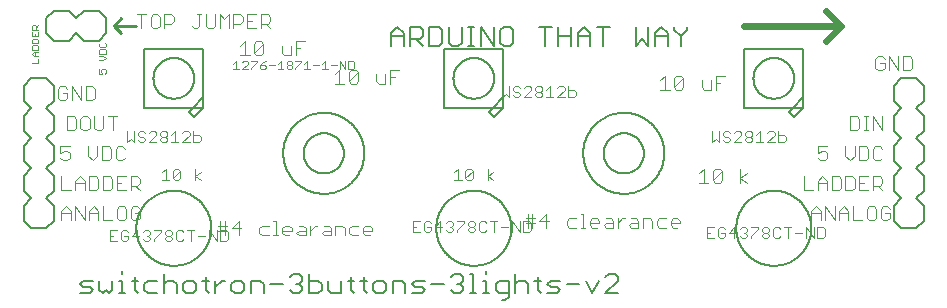
<source format=gto>
G75*
%MOIN*%
%OFA0B0*%
%FSLAX25Y25*%
%IPPOS*%
%LPD*%
%AMOC8*
5,1,8,0,0,1.08239X$1,22.5*
%
%ADD10C,0.00600*%
%ADD11C,0.00400*%
%ADD12C,0.02400*%
%ADD13C,0.00300*%
%ADD14C,0.01000*%
%ADD15C,0.00200*%
%ADD16C,0.00500*%
%ADD17C,0.00800*%
D10*
X0023811Y0004900D02*
X0027014Y0004900D01*
X0028082Y0005968D01*
X0027014Y0007035D01*
X0024879Y0007035D01*
X0023811Y0008103D01*
X0024879Y0009170D01*
X0028082Y0009170D01*
X0030257Y0009170D02*
X0030257Y0005968D01*
X0031325Y0004900D01*
X0032392Y0005968D01*
X0033460Y0004900D01*
X0034527Y0005968D01*
X0034527Y0009170D01*
X0036702Y0009170D02*
X0037770Y0009170D01*
X0037770Y0004900D01*
X0036702Y0004900D02*
X0038838Y0004900D01*
X0042067Y0005968D02*
X0043135Y0004900D01*
X0042067Y0005968D02*
X0042067Y0010238D01*
X0040999Y0009170D02*
X0043135Y0009170D01*
X0045296Y0008103D02*
X0045296Y0005968D01*
X0046364Y0004900D01*
X0049567Y0004900D01*
X0051742Y0004900D02*
X0051742Y0011305D01*
X0052810Y0009170D02*
X0054945Y0009170D01*
X0056012Y0008103D01*
X0056012Y0004900D01*
X0058187Y0005968D02*
X0059255Y0004900D01*
X0061390Y0004900D01*
X0062458Y0005968D01*
X0062458Y0008103D01*
X0061390Y0009170D01*
X0059255Y0009170D01*
X0058187Y0008103D01*
X0058187Y0005968D01*
X0052810Y0009170D02*
X0051742Y0008103D01*
X0049567Y0009170D02*
X0046364Y0009170D01*
X0045296Y0008103D01*
X0037770Y0011305D02*
X0037770Y0012373D01*
X0064633Y0009170D02*
X0066768Y0009170D01*
X0065701Y0010238D02*
X0065701Y0005968D01*
X0066768Y0004900D01*
X0068930Y0004900D02*
X0068930Y0009170D01*
X0068930Y0007035D02*
X0071065Y0009170D01*
X0072133Y0009170D01*
X0074301Y0008103D02*
X0074301Y0005968D01*
X0075369Y0004900D01*
X0077504Y0004900D01*
X0078572Y0005968D01*
X0078572Y0008103D01*
X0077504Y0009170D01*
X0075369Y0009170D01*
X0074301Y0008103D01*
X0080747Y0009170D02*
X0080747Y0004900D01*
X0085017Y0004900D02*
X0085017Y0008103D01*
X0083949Y0009170D01*
X0080747Y0009170D01*
X0087192Y0008103D02*
X0091463Y0008103D01*
X0095773Y0008103D02*
X0096840Y0008103D01*
X0097908Y0007035D01*
X0097908Y0005968D01*
X0096840Y0004900D01*
X0094705Y0004900D01*
X0093638Y0005968D01*
X0096840Y0008103D02*
X0097908Y0009170D01*
X0097908Y0010238D01*
X0096840Y0011305D01*
X0094705Y0011305D01*
X0093638Y0010238D01*
X0100083Y0011305D02*
X0100083Y0004900D01*
X0103286Y0004900D01*
X0104354Y0005968D01*
X0104354Y0008103D01*
X0103286Y0009170D01*
X0100083Y0009170D01*
X0106529Y0009170D02*
X0106529Y0005968D01*
X0107596Y0004900D01*
X0110799Y0004900D01*
X0110799Y0009170D01*
X0112974Y0009170D02*
X0115109Y0009170D01*
X0114042Y0010238D02*
X0114042Y0005968D01*
X0115109Y0004900D01*
X0118339Y0005968D02*
X0119406Y0004900D01*
X0118339Y0005968D02*
X0118339Y0010238D01*
X0119406Y0009170D02*
X0117271Y0009170D01*
X0121568Y0008103D02*
X0121568Y0005968D01*
X0122636Y0004900D01*
X0124771Y0004900D01*
X0125839Y0005968D01*
X0125839Y0008103D01*
X0124771Y0009170D01*
X0122636Y0009170D01*
X0121568Y0008103D01*
X0128014Y0009170D02*
X0131216Y0009170D01*
X0132284Y0008103D01*
X0132284Y0004900D01*
X0134459Y0004900D02*
X0137662Y0004900D01*
X0138730Y0005968D01*
X0137662Y0007035D01*
X0135527Y0007035D01*
X0134459Y0008103D01*
X0135527Y0009170D01*
X0138730Y0009170D01*
X0140905Y0008103D02*
X0145175Y0008103D01*
X0147350Y0010238D02*
X0148418Y0011305D01*
X0150553Y0011305D01*
X0151620Y0010238D01*
X0151620Y0009170D01*
X0150553Y0008103D01*
X0151620Y0007035D01*
X0151620Y0005968D01*
X0150553Y0004900D01*
X0148418Y0004900D01*
X0147350Y0005968D01*
X0149485Y0008103D02*
X0150553Y0008103D01*
X0158093Y0009170D02*
X0159160Y0009170D01*
X0159160Y0004900D01*
X0158093Y0004900D02*
X0160228Y0004900D01*
X0162390Y0005968D02*
X0163457Y0004900D01*
X0166660Y0004900D01*
X0166660Y0003832D02*
X0166660Y0009170D01*
X0163457Y0009170D01*
X0162390Y0008103D01*
X0162390Y0005968D01*
X0165592Y0002765D02*
X0166660Y0003832D01*
X0165592Y0002765D02*
X0164525Y0002765D01*
X0168835Y0004900D02*
X0168835Y0011305D01*
X0169903Y0009170D02*
X0172038Y0009170D01*
X0173105Y0008103D01*
X0173105Y0004900D01*
X0176348Y0005968D02*
X0177416Y0004900D01*
X0176348Y0005968D02*
X0176348Y0010238D01*
X0175281Y0009170D02*
X0177416Y0009170D01*
X0179578Y0008103D02*
X0180645Y0009170D01*
X0183848Y0009170D01*
X0186023Y0008103D02*
X0190293Y0008103D01*
X0192469Y0009170D02*
X0194604Y0004900D01*
X0196739Y0009170D01*
X0198914Y0010238D02*
X0199982Y0011305D01*
X0202117Y0011305D01*
X0203184Y0010238D01*
X0203184Y0009170D01*
X0198914Y0004900D01*
X0203184Y0004900D01*
X0183848Y0005968D02*
X0182780Y0007035D01*
X0180645Y0007035D01*
X0179578Y0008103D01*
X0182780Y0004900D02*
X0183848Y0005968D01*
X0182780Y0004900D02*
X0179578Y0004900D01*
X0169903Y0009170D02*
X0168835Y0008103D01*
X0159160Y0011305D02*
X0159160Y0012373D01*
X0154863Y0011305D02*
X0154863Y0004900D01*
X0153796Y0004900D02*
X0155931Y0004900D01*
X0154863Y0011305D02*
X0153796Y0011305D01*
X0128014Y0009170D02*
X0128014Y0004900D01*
X0091560Y0051600D02*
X0091564Y0051931D01*
X0091576Y0052262D01*
X0091597Y0052593D01*
X0091625Y0052923D01*
X0091662Y0053253D01*
X0091706Y0053581D01*
X0091759Y0053908D01*
X0091819Y0054234D01*
X0091888Y0054558D01*
X0091965Y0054880D01*
X0092049Y0055201D01*
X0092141Y0055519D01*
X0092241Y0055835D01*
X0092349Y0056148D01*
X0092465Y0056459D01*
X0092588Y0056766D01*
X0092718Y0057071D01*
X0092856Y0057372D01*
X0093001Y0057670D01*
X0093154Y0057964D01*
X0093314Y0058254D01*
X0093481Y0058540D01*
X0093654Y0058822D01*
X0093835Y0059100D01*
X0094023Y0059373D01*
X0094217Y0059642D01*
X0094417Y0059906D01*
X0094624Y0060164D01*
X0094838Y0060418D01*
X0095057Y0060666D01*
X0095283Y0060909D01*
X0095514Y0061146D01*
X0095751Y0061377D01*
X0095994Y0061603D01*
X0096242Y0061822D01*
X0096496Y0062036D01*
X0096754Y0062243D01*
X0097018Y0062443D01*
X0097287Y0062637D01*
X0097560Y0062825D01*
X0097838Y0063006D01*
X0098120Y0063179D01*
X0098406Y0063346D01*
X0098696Y0063506D01*
X0098990Y0063659D01*
X0099288Y0063804D01*
X0099589Y0063942D01*
X0099894Y0064072D01*
X0100201Y0064195D01*
X0100512Y0064311D01*
X0100825Y0064419D01*
X0101141Y0064519D01*
X0101459Y0064611D01*
X0101780Y0064695D01*
X0102102Y0064772D01*
X0102426Y0064841D01*
X0102752Y0064901D01*
X0103079Y0064954D01*
X0103407Y0064998D01*
X0103737Y0065035D01*
X0104067Y0065063D01*
X0104398Y0065084D01*
X0104729Y0065096D01*
X0105060Y0065100D01*
X0105391Y0065096D01*
X0105722Y0065084D01*
X0106053Y0065063D01*
X0106383Y0065035D01*
X0106713Y0064998D01*
X0107041Y0064954D01*
X0107368Y0064901D01*
X0107694Y0064841D01*
X0108018Y0064772D01*
X0108340Y0064695D01*
X0108661Y0064611D01*
X0108979Y0064519D01*
X0109295Y0064419D01*
X0109608Y0064311D01*
X0109919Y0064195D01*
X0110226Y0064072D01*
X0110531Y0063942D01*
X0110832Y0063804D01*
X0111130Y0063659D01*
X0111424Y0063506D01*
X0111714Y0063346D01*
X0112000Y0063179D01*
X0112282Y0063006D01*
X0112560Y0062825D01*
X0112833Y0062637D01*
X0113102Y0062443D01*
X0113366Y0062243D01*
X0113624Y0062036D01*
X0113878Y0061822D01*
X0114126Y0061603D01*
X0114369Y0061377D01*
X0114606Y0061146D01*
X0114837Y0060909D01*
X0115063Y0060666D01*
X0115282Y0060418D01*
X0115496Y0060164D01*
X0115703Y0059906D01*
X0115903Y0059642D01*
X0116097Y0059373D01*
X0116285Y0059100D01*
X0116466Y0058822D01*
X0116639Y0058540D01*
X0116806Y0058254D01*
X0116966Y0057964D01*
X0117119Y0057670D01*
X0117264Y0057372D01*
X0117402Y0057071D01*
X0117532Y0056766D01*
X0117655Y0056459D01*
X0117771Y0056148D01*
X0117879Y0055835D01*
X0117979Y0055519D01*
X0118071Y0055201D01*
X0118155Y0054880D01*
X0118232Y0054558D01*
X0118301Y0054234D01*
X0118361Y0053908D01*
X0118414Y0053581D01*
X0118458Y0053253D01*
X0118495Y0052923D01*
X0118523Y0052593D01*
X0118544Y0052262D01*
X0118556Y0051931D01*
X0118560Y0051600D01*
X0118556Y0051269D01*
X0118544Y0050938D01*
X0118523Y0050607D01*
X0118495Y0050277D01*
X0118458Y0049947D01*
X0118414Y0049619D01*
X0118361Y0049292D01*
X0118301Y0048966D01*
X0118232Y0048642D01*
X0118155Y0048320D01*
X0118071Y0047999D01*
X0117979Y0047681D01*
X0117879Y0047365D01*
X0117771Y0047052D01*
X0117655Y0046741D01*
X0117532Y0046434D01*
X0117402Y0046129D01*
X0117264Y0045828D01*
X0117119Y0045530D01*
X0116966Y0045236D01*
X0116806Y0044946D01*
X0116639Y0044660D01*
X0116466Y0044378D01*
X0116285Y0044100D01*
X0116097Y0043827D01*
X0115903Y0043558D01*
X0115703Y0043294D01*
X0115496Y0043036D01*
X0115282Y0042782D01*
X0115063Y0042534D01*
X0114837Y0042291D01*
X0114606Y0042054D01*
X0114369Y0041823D01*
X0114126Y0041597D01*
X0113878Y0041378D01*
X0113624Y0041164D01*
X0113366Y0040957D01*
X0113102Y0040757D01*
X0112833Y0040563D01*
X0112560Y0040375D01*
X0112282Y0040194D01*
X0112000Y0040021D01*
X0111714Y0039854D01*
X0111424Y0039694D01*
X0111130Y0039541D01*
X0110832Y0039396D01*
X0110531Y0039258D01*
X0110226Y0039128D01*
X0109919Y0039005D01*
X0109608Y0038889D01*
X0109295Y0038781D01*
X0108979Y0038681D01*
X0108661Y0038589D01*
X0108340Y0038505D01*
X0108018Y0038428D01*
X0107694Y0038359D01*
X0107368Y0038299D01*
X0107041Y0038246D01*
X0106713Y0038202D01*
X0106383Y0038165D01*
X0106053Y0038137D01*
X0105722Y0038116D01*
X0105391Y0038104D01*
X0105060Y0038100D01*
X0104729Y0038104D01*
X0104398Y0038116D01*
X0104067Y0038137D01*
X0103737Y0038165D01*
X0103407Y0038202D01*
X0103079Y0038246D01*
X0102752Y0038299D01*
X0102426Y0038359D01*
X0102102Y0038428D01*
X0101780Y0038505D01*
X0101459Y0038589D01*
X0101141Y0038681D01*
X0100825Y0038781D01*
X0100512Y0038889D01*
X0100201Y0039005D01*
X0099894Y0039128D01*
X0099589Y0039258D01*
X0099288Y0039396D01*
X0098990Y0039541D01*
X0098696Y0039694D01*
X0098406Y0039854D01*
X0098120Y0040021D01*
X0097838Y0040194D01*
X0097560Y0040375D01*
X0097287Y0040563D01*
X0097018Y0040757D01*
X0096754Y0040957D01*
X0096496Y0041164D01*
X0096242Y0041378D01*
X0095994Y0041597D01*
X0095751Y0041823D01*
X0095514Y0042054D01*
X0095283Y0042291D01*
X0095057Y0042534D01*
X0094838Y0042782D01*
X0094624Y0043036D01*
X0094417Y0043294D01*
X0094217Y0043558D01*
X0094023Y0043827D01*
X0093835Y0044100D01*
X0093654Y0044378D01*
X0093481Y0044660D01*
X0093314Y0044946D01*
X0093154Y0045236D01*
X0093001Y0045530D01*
X0092856Y0045828D01*
X0092718Y0046129D01*
X0092588Y0046434D01*
X0092465Y0046741D01*
X0092349Y0047052D01*
X0092241Y0047365D01*
X0092141Y0047681D01*
X0092049Y0047999D01*
X0091965Y0048320D01*
X0091888Y0048642D01*
X0091819Y0048966D01*
X0091759Y0049292D01*
X0091706Y0049619D01*
X0091662Y0049947D01*
X0091625Y0050277D01*
X0091597Y0050607D01*
X0091576Y0050938D01*
X0091564Y0051269D01*
X0091560Y0051600D01*
X0127380Y0087400D02*
X0127380Y0091670D01*
X0129516Y0093805D01*
X0131651Y0091670D01*
X0131651Y0087400D01*
X0133826Y0087400D02*
X0133826Y0093805D01*
X0137029Y0093805D01*
X0138096Y0092738D01*
X0138096Y0090603D01*
X0137029Y0089535D01*
X0133826Y0089535D01*
X0135961Y0089535D02*
X0138096Y0087400D01*
X0140271Y0087400D02*
X0143474Y0087400D01*
X0144542Y0088468D01*
X0144542Y0092738D01*
X0143474Y0093805D01*
X0140271Y0093805D01*
X0140271Y0087400D01*
X0146717Y0088468D02*
X0147784Y0087400D01*
X0149920Y0087400D01*
X0150987Y0088468D01*
X0150987Y0093805D01*
X0153162Y0093805D02*
X0155297Y0093805D01*
X0154230Y0093805D02*
X0154230Y0087400D01*
X0155297Y0087400D02*
X0153162Y0087400D01*
X0157459Y0087400D02*
X0157459Y0093805D01*
X0161730Y0087400D01*
X0161730Y0093805D01*
X0163905Y0092738D02*
X0163905Y0088468D01*
X0164972Y0087400D01*
X0167108Y0087400D01*
X0168175Y0088468D01*
X0168175Y0092738D01*
X0167108Y0093805D01*
X0164972Y0093805D01*
X0163905Y0092738D01*
X0176796Y0093805D02*
X0181066Y0093805D01*
X0178931Y0093805D02*
X0178931Y0087400D01*
X0183241Y0087400D02*
X0183241Y0093805D01*
X0187512Y0093805D02*
X0187512Y0087400D01*
X0189687Y0087400D02*
X0189687Y0091670D01*
X0191822Y0093805D01*
X0193957Y0091670D01*
X0193957Y0087400D01*
X0198267Y0087400D02*
X0198267Y0093805D01*
X0196132Y0093805D02*
X0200403Y0093805D01*
X0209023Y0093805D02*
X0209023Y0087400D01*
X0211158Y0089535D01*
X0213294Y0087400D01*
X0213294Y0093805D01*
X0215469Y0091670D02*
X0217604Y0093805D01*
X0219739Y0091670D01*
X0219739Y0087400D01*
X0215469Y0087400D02*
X0215469Y0091670D01*
X0215469Y0090603D02*
X0219739Y0090603D01*
X0221914Y0092738D02*
X0224049Y0090603D01*
X0224049Y0087400D01*
X0224049Y0090603D02*
X0226185Y0092738D01*
X0226185Y0093805D01*
X0221914Y0093805D02*
X0221914Y0092738D01*
X0193957Y0090603D02*
X0189687Y0090603D01*
X0187512Y0090603D02*
X0183241Y0090603D01*
X0146717Y0088468D02*
X0146717Y0093805D01*
X0131651Y0090603D02*
X0127380Y0090603D01*
X0191560Y0051600D02*
X0191564Y0051931D01*
X0191576Y0052262D01*
X0191597Y0052593D01*
X0191625Y0052923D01*
X0191662Y0053253D01*
X0191706Y0053581D01*
X0191759Y0053908D01*
X0191819Y0054234D01*
X0191888Y0054558D01*
X0191965Y0054880D01*
X0192049Y0055201D01*
X0192141Y0055519D01*
X0192241Y0055835D01*
X0192349Y0056148D01*
X0192465Y0056459D01*
X0192588Y0056766D01*
X0192718Y0057071D01*
X0192856Y0057372D01*
X0193001Y0057670D01*
X0193154Y0057964D01*
X0193314Y0058254D01*
X0193481Y0058540D01*
X0193654Y0058822D01*
X0193835Y0059100D01*
X0194023Y0059373D01*
X0194217Y0059642D01*
X0194417Y0059906D01*
X0194624Y0060164D01*
X0194838Y0060418D01*
X0195057Y0060666D01*
X0195283Y0060909D01*
X0195514Y0061146D01*
X0195751Y0061377D01*
X0195994Y0061603D01*
X0196242Y0061822D01*
X0196496Y0062036D01*
X0196754Y0062243D01*
X0197018Y0062443D01*
X0197287Y0062637D01*
X0197560Y0062825D01*
X0197838Y0063006D01*
X0198120Y0063179D01*
X0198406Y0063346D01*
X0198696Y0063506D01*
X0198990Y0063659D01*
X0199288Y0063804D01*
X0199589Y0063942D01*
X0199894Y0064072D01*
X0200201Y0064195D01*
X0200512Y0064311D01*
X0200825Y0064419D01*
X0201141Y0064519D01*
X0201459Y0064611D01*
X0201780Y0064695D01*
X0202102Y0064772D01*
X0202426Y0064841D01*
X0202752Y0064901D01*
X0203079Y0064954D01*
X0203407Y0064998D01*
X0203737Y0065035D01*
X0204067Y0065063D01*
X0204398Y0065084D01*
X0204729Y0065096D01*
X0205060Y0065100D01*
X0205391Y0065096D01*
X0205722Y0065084D01*
X0206053Y0065063D01*
X0206383Y0065035D01*
X0206713Y0064998D01*
X0207041Y0064954D01*
X0207368Y0064901D01*
X0207694Y0064841D01*
X0208018Y0064772D01*
X0208340Y0064695D01*
X0208661Y0064611D01*
X0208979Y0064519D01*
X0209295Y0064419D01*
X0209608Y0064311D01*
X0209919Y0064195D01*
X0210226Y0064072D01*
X0210531Y0063942D01*
X0210832Y0063804D01*
X0211130Y0063659D01*
X0211424Y0063506D01*
X0211714Y0063346D01*
X0212000Y0063179D01*
X0212282Y0063006D01*
X0212560Y0062825D01*
X0212833Y0062637D01*
X0213102Y0062443D01*
X0213366Y0062243D01*
X0213624Y0062036D01*
X0213878Y0061822D01*
X0214126Y0061603D01*
X0214369Y0061377D01*
X0214606Y0061146D01*
X0214837Y0060909D01*
X0215063Y0060666D01*
X0215282Y0060418D01*
X0215496Y0060164D01*
X0215703Y0059906D01*
X0215903Y0059642D01*
X0216097Y0059373D01*
X0216285Y0059100D01*
X0216466Y0058822D01*
X0216639Y0058540D01*
X0216806Y0058254D01*
X0216966Y0057964D01*
X0217119Y0057670D01*
X0217264Y0057372D01*
X0217402Y0057071D01*
X0217532Y0056766D01*
X0217655Y0056459D01*
X0217771Y0056148D01*
X0217879Y0055835D01*
X0217979Y0055519D01*
X0218071Y0055201D01*
X0218155Y0054880D01*
X0218232Y0054558D01*
X0218301Y0054234D01*
X0218361Y0053908D01*
X0218414Y0053581D01*
X0218458Y0053253D01*
X0218495Y0052923D01*
X0218523Y0052593D01*
X0218544Y0052262D01*
X0218556Y0051931D01*
X0218560Y0051600D01*
X0218556Y0051269D01*
X0218544Y0050938D01*
X0218523Y0050607D01*
X0218495Y0050277D01*
X0218458Y0049947D01*
X0218414Y0049619D01*
X0218361Y0049292D01*
X0218301Y0048966D01*
X0218232Y0048642D01*
X0218155Y0048320D01*
X0218071Y0047999D01*
X0217979Y0047681D01*
X0217879Y0047365D01*
X0217771Y0047052D01*
X0217655Y0046741D01*
X0217532Y0046434D01*
X0217402Y0046129D01*
X0217264Y0045828D01*
X0217119Y0045530D01*
X0216966Y0045236D01*
X0216806Y0044946D01*
X0216639Y0044660D01*
X0216466Y0044378D01*
X0216285Y0044100D01*
X0216097Y0043827D01*
X0215903Y0043558D01*
X0215703Y0043294D01*
X0215496Y0043036D01*
X0215282Y0042782D01*
X0215063Y0042534D01*
X0214837Y0042291D01*
X0214606Y0042054D01*
X0214369Y0041823D01*
X0214126Y0041597D01*
X0213878Y0041378D01*
X0213624Y0041164D01*
X0213366Y0040957D01*
X0213102Y0040757D01*
X0212833Y0040563D01*
X0212560Y0040375D01*
X0212282Y0040194D01*
X0212000Y0040021D01*
X0211714Y0039854D01*
X0211424Y0039694D01*
X0211130Y0039541D01*
X0210832Y0039396D01*
X0210531Y0039258D01*
X0210226Y0039128D01*
X0209919Y0039005D01*
X0209608Y0038889D01*
X0209295Y0038781D01*
X0208979Y0038681D01*
X0208661Y0038589D01*
X0208340Y0038505D01*
X0208018Y0038428D01*
X0207694Y0038359D01*
X0207368Y0038299D01*
X0207041Y0038246D01*
X0206713Y0038202D01*
X0206383Y0038165D01*
X0206053Y0038137D01*
X0205722Y0038116D01*
X0205391Y0038104D01*
X0205060Y0038100D01*
X0204729Y0038104D01*
X0204398Y0038116D01*
X0204067Y0038137D01*
X0203737Y0038165D01*
X0203407Y0038202D01*
X0203079Y0038246D01*
X0202752Y0038299D01*
X0202426Y0038359D01*
X0202102Y0038428D01*
X0201780Y0038505D01*
X0201459Y0038589D01*
X0201141Y0038681D01*
X0200825Y0038781D01*
X0200512Y0038889D01*
X0200201Y0039005D01*
X0199894Y0039128D01*
X0199589Y0039258D01*
X0199288Y0039396D01*
X0198990Y0039541D01*
X0198696Y0039694D01*
X0198406Y0039854D01*
X0198120Y0040021D01*
X0197838Y0040194D01*
X0197560Y0040375D01*
X0197287Y0040563D01*
X0197018Y0040757D01*
X0196754Y0040957D01*
X0196496Y0041164D01*
X0196242Y0041378D01*
X0195994Y0041597D01*
X0195751Y0041823D01*
X0195514Y0042054D01*
X0195283Y0042291D01*
X0195057Y0042534D01*
X0194838Y0042782D01*
X0194624Y0043036D01*
X0194417Y0043294D01*
X0194217Y0043558D01*
X0194023Y0043827D01*
X0193835Y0044100D01*
X0193654Y0044378D01*
X0193481Y0044660D01*
X0193314Y0044946D01*
X0193154Y0045236D01*
X0193001Y0045530D01*
X0192856Y0045828D01*
X0192718Y0046129D01*
X0192588Y0046434D01*
X0192465Y0046741D01*
X0192349Y0047052D01*
X0192241Y0047365D01*
X0192141Y0047681D01*
X0192049Y0047999D01*
X0191965Y0048320D01*
X0191888Y0048642D01*
X0191819Y0048966D01*
X0191759Y0049292D01*
X0191706Y0049619D01*
X0191662Y0049947D01*
X0191625Y0050277D01*
X0191597Y0050607D01*
X0191576Y0050938D01*
X0191564Y0051269D01*
X0191560Y0051600D01*
D11*
X0230112Y0044869D02*
X0231646Y0046404D01*
X0231646Y0041800D01*
X0230112Y0041800D02*
X0233181Y0041800D01*
X0234716Y0042567D02*
X0237785Y0045637D01*
X0237785Y0042567D01*
X0237017Y0041800D01*
X0235483Y0041800D01*
X0234716Y0042567D01*
X0234716Y0045637D01*
X0235483Y0046404D01*
X0237017Y0046404D01*
X0237785Y0045637D01*
X0243923Y0046404D02*
X0243923Y0041800D01*
X0243923Y0043335D02*
X0246225Y0044869D01*
X0243923Y0043335D02*
X0246225Y0041800D01*
X0265136Y0043904D02*
X0265136Y0039300D01*
X0268206Y0039300D01*
X0269740Y0039300D02*
X0269740Y0042369D01*
X0271275Y0043904D01*
X0272810Y0042369D01*
X0272810Y0039300D01*
X0274344Y0039300D02*
X0276646Y0039300D01*
X0277414Y0040067D01*
X0277414Y0043137D01*
X0276646Y0043904D01*
X0274344Y0043904D01*
X0274344Y0039300D01*
X0278948Y0039300D02*
X0281250Y0039300D01*
X0282017Y0040067D01*
X0282017Y0043137D01*
X0281250Y0043904D01*
X0278948Y0043904D01*
X0278948Y0039300D01*
X0283552Y0039300D02*
X0286621Y0039300D01*
X0288156Y0039300D02*
X0288156Y0043904D01*
X0290458Y0043904D01*
X0291225Y0043137D01*
X0291225Y0041602D01*
X0290458Y0040835D01*
X0288156Y0040835D01*
X0289691Y0040835D02*
X0291225Y0039300D01*
X0285087Y0041602D02*
X0283552Y0041602D01*
X0283552Y0043904D02*
X0283552Y0039300D01*
X0272810Y0041602D02*
X0269740Y0041602D01*
X0283552Y0043904D02*
X0286621Y0043904D01*
X0285854Y0049300D02*
X0283552Y0049300D01*
X0283552Y0053904D01*
X0285854Y0053904D01*
X0286621Y0053137D01*
X0286621Y0050067D01*
X0285854Y0049300D01*
X0288156Y0050067D02*
X0288923Y0049300D01*
X0290458Y0049300D01*
X0291225Y0050067D01*
X0288156Y0050067D02*
X0288156Y0053137D01*
X0288923Y0053904D01*
X0290458Y0053904D01*
X0291225Y0053137D01*
X0282017Y0053904D02*
X0282017Y0050835D01*
X0280483Y0049300D01*
X0278948Y0050835D01*
X0278948Y0053904D01*
X0272810Y0053904D02*
X0269740Y0053904D01*
X0269740Y0051602D01*
X0271275Y0052369D01*
X0272042Y0052369D01*
X0272810Y0051602D01*
X0272810Y0050067D01*
X0272042Y0049300D01*
X0270508Y0049300D01*
X0269740Y0050067D01*
X0280483Y0059300D02*
X0282785Y0059300D01*
X0283552Y0060067D01*
X0283552Y0063137D01*
X0282785Y0063904D01*
X0280483Y0063904D01*
X0280483Y0059300D01*
X0285087Y0059300D02*
X0286621Y0059300D01*
X0285854Y0059300D02*
X0285854Y0063904D01*
X0285087Y0063904D02*
X0286621Y0063904D01*
X0288156Y0063904D02*
X0291225Y0059300D01*
X0291225Y0063904D01*
X0288156Y0063904D02*
X0288156Y0059300D01*
X0237191Y0075102D02*
X0235656Y0075102D01*
X0234121Y0075869D02*
X0234121Y0072800D01*
X0231819Y0072800D01*
X0231052Y0073567D01*
X0231052Y0075869D01*
X0235656Y0077404D02*
X0238725Y0077404D01*
X0235656Y0077404D02*
X0235656Y0072800D01*
X0224914Y0073567D02*
X0224146Y0072800D01*
X0222612Y0072800D01*
X0221844Y0073567D01*
X0224914Y0076637D01*
X0224914Y0073567D01*
X0221844Y0073567D02*
X0221844Y0076637D01*
X0222612Y0077404D01*
X0224146Y0077404D01*
X0224914Y0076637D01*
X0218775Y0077404D02*
X0217240Y0075869D01*
X0218775Y0077404D02*
X0218775Y0072800D01*
X0217240Y0072800D02*
X0220310Y0072800D01*
X0288948Y0080067D02*
X0289716Y0079300D01*
X0291250Y0079300D01*
X0292017Y0080067D01*
X0292017Y0081602D01*
X0290483Y0081602D01*
X0292017Y0083137D02*
X0291250Y0083904D01*
X0289716Y0083904D01*
X0288948Y0083137D01*
X0288948Y0080067D01*
X0293552Y0079300D02*
X0293552Y0083904D01*
X0296621Y0079300D01*
X0296621Y0083904D01*
X0298156Y0083904D02*
X0300458Y0083904D01*
X0301225Y0083137D01*
X0301225Y0080067D01*
X0300458Y0079300D01*
X0298156Y0079300D01*
X0298156Y0083904D01*
X0292958Y0033904D02*
X0291423Y0033904D01*
X0290656Y0033137D01*
X0290656Y0030067D01*
X0291423Y0029300D01*
X0292958Y0029300D01*
X0293725Y0030067D01*
X0293725Y0031602D01*
X0292191Y0031602D01*
X0293725Y0033137D02*
X0292958Y0033904D01*
X0289121Y0033137D02*
X0288354Y0033904D01*
X0286819Y0033904D01*
X0286052Y0033137D01*
X0286052Y0030067D01*
X0286819Y0029300D01*
X0288354Y0029300D01*
X0289121Y0030067D01*
X0289121Y0033137D01*
X0284517Y0029300D02*
X0281448Y0029300D01*
X0281448Y0033904D01*
X0279914Y0032369D02*
X0279914Y0029300D01*
X0276844Y0029300D02*
X0276844Y0032369D01*
X0278379Y0033904D01*
X0279914Y0032369D01*
X0279914Y0031602D02*
X0276844Y0031602D01*
X0275310Y0029300D02*
X0275310Y0033904D01*
X0272240Y0033904D02*
X0275310Y0029300D01*
X0272240Y0029300D02*
X0272240Y0033904D01*
X0270706Y0032369D02*
X0270706Y0029300D01*
X0267636Y0029300D02*
X0267636Y0032369D01*
X0269171Y0033904D01*
X0270706Y0032369D01*
X0270706Y0031602D02*
X0267636Y0031602D01*
X0223725Y0029102D02*
X0223725Y0028335D01*
X0220656Y0028335D01*
X0220656Y0029102D02*
X0221423Y0029869D01*
X0222958Y0029869D01*
X0223725Y0029102D01*
X0220656Y0029102D02*
X0220656Y0027567D01*
X0221423Y0026800D01*
X0222958Y0026800D01*
X0219121Y0026800D02*
X0216819Y0026800D01*
X0216052Y0027567D01*
X0216052Y0029102D01*
X0216819Y0029869D01*
X0219121Y0029869D01*
X0214517Y0029102D02*
X0214517Y0026800D01*
X0211448Y0026800D02*
X0211448Y0029869D01*
X0213750Y0029869D01*
X0214517Y0029102D01*
X0209913Y0029102D02*
X0209913Y0026800D01*
X0207611Y0026800D01*
X0206844Y0027567D01*
X0207611Y0028335D01*
X0209913Y0028335D01*
X0209913Y0029102D02*
X0209146Y0029869D01*
X0207611Y0029869D01*
X0205310Y0029869D02*
X0204542Y0029869D01*
X0203008Y0028335D01*
X0203008Y0029869D02*
X0203008Y0026800D01*
X0201473Y0026800D02*
X0199171Y0026800D01*
X0198404Y0027567D01*
X0199171Y0028335D01*
X0201473Y0028335D01*
X0201473Y0029102D02*
X0201473Y0026800D01*
X0196102Y0026800D02*
X0194567Y0026800D01*
X0193800Y0027567D01*
X0193800Y0029102D01*
X0194567Y0029869D01*
X0196102Y0029869D01*
X0196869Y0029102D01*
X0196869Y0028335D01*
X0193800Y0028335D01*
X0189196Y0029869D02*
X0186894Y0029869D01*
X0186127Y0029102D01*
X0186127Y0027567D01*
X0186894Y0026800D01*
X0189196Y0026800D01*
X0190730Y0026800D02*
X0192265Y0026800D01*
X0191498Y0026800D02*
X0191498Y0031404D01*
X0190730Y0031404D01*
X0199171Y0029869D02*
X0200706Y0029869D01*
X0201473Y0029102D01*
X0179988Y0029102D02*
X0176919Y0029102D01*
X0179221Y0031404D01*
X0179221Y0026800D01*
X0174617Y0026800D02*
X0174617Y0031404D01*
X0173082Y0031404D02*
X0173082Y0026800D01*
X0172315Y0028335D02*
X0175384Y0028335D01*
X0175384Y0029869D02*
X0174617Y0029869D01*
X0172315Y0029869D01*
X0121225Y0026602D02*
X0121225Y0025835D01*
X0118156Y0025835D01*
X0118156Y0026602D02*
X0118156Y0025067D01*
X0118923Y0024300D01*
X0120458Y0024300D01*
X0116621Y0024300D02*
X0114319Y0024300D01*
X0113552Y0025067D01*
X0113552Y0026602D01*
X0114319Y0027369D01*
X0116621Y0027369D01*
X0118156Y0026602D02*
X0118923Y0027369D01*
X0120458Y0027369D01*
X0121225Y0026602D01*
X0112017Y0026602D02*
X0112017Y0024300D01*
X0108948Y0024300D02*
X0108948Y0027369D01*
X0111250Y0027369D01*
X0112017Y0026602D01*
X0107413Y0026602D02*
X0107413Y0024300D01*
X0105111Y0024300D01*
X0104344Y0025067D01*
X0105111Y0025835D01*
X0107413Y0025835D01*
X0107413Y0026602D02*
X0106646Y0027369D01*
X0105111Y0027369D01*
X0102810Y0027369D02*
X0102042Y0027369D01*
X0100508Y0025835D01*
X0100508Y0027369D02*
X0100508Y0024300D01*
X0098973Y0024300D02*
X0096671Y0024300D01*
X0095904Y0025067D01*
X0096671Y0025835D01*
X0098973Y0025835D01*
X0098973Y0026602D02*
X0098973Y0024300D01*
X0094369Y0025835D02*
X0091300Y0025835D01*
X0091300Y0026602D02*
X0091300Y0025067D01*
X0092067Y0024300D01*
X0093602Y0024300D01*
X0094369Y0025835D02*
X0094369Y0026602D01*
X0093602Y0027369D01*
X0092067Y0027369D01*
X0091300Y0026602D01*
X0089765Y0024300D02*
X0088230Y0024300D01*
X0088998Y0024300D02*
X0088998Y0028904D01*
X0088230Y0028904D01*
X0086696Y0027369D02*
X0084394Y0027369D01*
X0083627Y0026602D01*
X0083627Y0025067D01*
X0084394Y0024300D01*
X0086696Y0024300D01*
X0077488Y0026602D02*
X0074419Y0026602D01*
X0076721Y0028904D01*
X0076721Y0024300D01*
X0072884Y0025835D02*
X0069815Y0025835D01*
X0070582Y0024300D02*
X0070582Y0028904D01*
X0072117Y0028904D02*
X0072117Y0024300D01*
X0072117Y0027369D02*
X0069815Y0027369D01*
X0072117Y0027369D02*
X0072884Y0027369D01*
X0096671Y0027369D02*
X0098206Y0027369D01*
X0098973Y0026602D01*
X0043725Y0030067D02*
X0043725Y0031602D01*
X0042191Y0031602D01*
X0043725Y0033137D02*
X0042958Y0033904D01*
X0041423Y0033904D01*
X0040656Y0033137D01*
X0040656Y0030067D01*
X0041423Y0029300D01*
X0042958Y0029300D01*
X0043725Y0030067D01*
X0039121Y0030067D02*
X0039121Y0033137D01*
X0038354Y0033904D01*
X0036819Y0033904D01*
X0036052Y0033137D01*
X0036052Y0030067D01*
X0036819Y0029300D01*
X0038354Y0029300D01*
X0039121Y0030067D01*
X0034517Y0029300D02*
X0031448Y0029300D01*
X0031448Y0033904D01*
X0029914Y0032369D02*
X0029914Y0029300D01*
X0026844Y0029300D02*
X0026844Y0032369D01*
X0028379Y0033904D01*
X0029914Y0032369D01*
X0029914Y0031602D02*
X0026844Y0031602D01*
X0025310Y0029300D02*
X0025310Y0033904D01*
X0022240Y0033904D02*
X0025310Y0029300D01*
X0022240Y0029300D02*
X0022240Y0033904D01*
X0020706Y0032369D02*
X0020706Y0029300D01*
X0017636Y0029300D02*
X0017636Y0032369D01*
X0019171Y0033904D01*
X0020706Y0032369D01*
X0020706Y0031602D02*
X0017636Y0031602D01*
X0017636Y0039300D02*
X0020706Y0039300D01*
X0022240Y0039300D02*
X0022240Y0042369D01*
X0023775Y0043904D01*
X0025310Y0042369D01*
X0025310Y0039300D01*
X0026844Y0039300D02*
X0029146Y0039300D01*
X0029914Y0040067D01*
X0029914Y0043137D01*
X0029146Y0043904D01*
X0026844Y0043904D01*
X0026844Y0039300D01*
X0025310Y0041602D02*
X0022240Y0041602D01*
X0017636Y0043904D02*
X0017636Y0039300D01*
X0031448Y0039300D02*
X0031448Y0043904D01*
X0033750Y0043904D01*
X0034517Y0043137D01*
X0034517Y0040067D01*
X0033750Y0039300D01*
X0031448Y0039300D01*
X0036052Y0039300D02*
X0039121Y0039300D01*
X0040656Y0039300D02*
X0040656Y0043904D01*
X0042958Y0043904D01*
X0043725Y0043137D01*
X0043725Y0041602D01*
X0042958Y0040835D01*
X0040656Y0040835D01*
X0042191Y0040835D02*
X0043725Y0039300D01*
X0037587Y0041602D02*
X0036052Y0041602D01*
X0036052Y0043904D02*
X0036052Y0039300D01*
X0036052Y0043904D02*
X0039121Y0043904D01*
X0037958Y0049300D02*
X0036423Y0049300D01*
X0035656Y0050067D01*
X0035656Y0053137D01*
X0036423Y0053904D01*
X0037958Y0053904D01*
X0038725Y0053137D01*
X0034121Y0053137D02*
X0033354Y0053904D01*
X0031052Y0053904D01*
X0031052Y0049300D01*
X0033354Y0049300D01*
X0034121Y0050067D01*
X0034121Y0053137D01*
X0029517Y0053904D02*
X0029517Y0050835D01*
X0027983Y0049300D01*
X0026448Y0050835D01*
X0026448Y0053904D01*
X0020310Y0053904D02*
X0017240Y0053904D01*
X0017240Y0051602D01*
X0018775Y0052369D01*
X0019542Y0052369D01*
X0020310Y0051602D01*
X0020310Y0050067D01*
X0019542Y0049300D01*
X0018008Y0049300D01*
X0017240Y0050067D01*
X0037958Y0049300D02*
X0038725Y0050067D01*
X0034691Y0059300D02*
X0034691Y0063904D01*
X0036225Y0063904D02*
X0033156Y0063904D01*
X0031621Y0063904D02*
X0031621Y0060067D01*
X0030854Y0059300D01*
X0029319Y0059300D01*
X0028552Y0060067D01*
X0028552Y0063904D01*
X0027017Y0063137D02*
X0026250Y0063904D01*
X0024715Y0063904D01*
X0023948Y0063137D01*
X0023948Y0060067D01*
X0024715Y0059300D01*
X0026250Y0059300D01*
X0027017Y0060067D01*
X0027017Y0063137D01*
X0022414Y0063137D02*
X0021646Y0063904D01*
X0019344Y0063904D01*
X0019344Y0059300D01*
X0021646Y0059300D01*
X0022414Y0060067D01*
X0022414Y0063137D01*
X0021052Y0069300D02*
X0021052Y0073904D01*
X0024121Y0069300D01*
X0024121Y0073904D01*
X0025656Y0073904D02*
X0027958Y0073904D01*
X0028725Y0073137D01*
X0028725Y0070067D01*
X0027958Y0069300D01*
X0025656Y0069300D01*
X0025656Y0073904D01*
X0019517Y0073137D02*
X0018750Y0073904D01*
X0017216Y0073904D01*
X0016448Y0073137D01*
X0016448Y0070067D01*
X0017216Y0069300D01*
X0018750Y0069300D01*
X0019517Y0070067D01*
X0019517Y0071602D01*
X0017983Y0071602D01*
X0077240Y0084300D02*
X0080310Y0084300D01*
X0078775Y0084300D02*
X0078775Y0088904D01*
X0077240Y0087369D01*
X0081844Y0088137D02*
X0081844Y0085067D01*
X0084914Y0088137D01*
X0084914Y0085067D01*
X0084146Y0084300D01*
X0082612Y0084300D01*
X0081844Y0085067D01*
X0081844Y0088137D02*
X0082612Y0088904D01*
X0084146Y0088904D01*
X0084914Y0088137D01*
X0091052Y0087369D02*
X0091052Y0085067D01*
X0091819Y0084300D01*
X0094121Y0084300D01*
X0094121Y0087369D01*
X0095656Y0086602D02*
X0097191Y0086602D01*
X0095656Y0088904D02*
X0098725Y0088904D01*
X0095656Y0088904D02*
X0095656Y0084300D01*
X0108740Y0077869D02*
X0110275Y0079404D01*
X0110275Y0074800D01*
X0108740Y0074800D02*
X0111810Y0074800D01*
X0113344Y0075567D02*
X0114112Y0074800D01*
X0115646Y0074800D01*
X0116414Y0075567D01*
X0116414Y0078637D01*
X0113344Y0075567D01*
X0113344Y0078637D01*
X0114112Y0079404D01*
X0115646Y0079404D01*
X0116414Y0078637D01*
X0122552Y0077869D02*
X0122552Y0075567D01*
X0123319Y0074800D01*
X0125621Y0074800D01*
X0125621Y0077869D01*
X0127156Y0077102D02*
X0128691Y0077102D01*
X0127156Y0079404D02*
X0130225Y0079404D01*
X0127156Y0079404D02*
X0127156Y0074800D01*
X0087225Y0093300D02*
X0085691Y0094835D01*
X0086458Y0094835D02*
X0084156Y0094835D01*
X0086458Y0094835D02*
X0087225Y0095602D01*
X0087225Y0097137D01*
X0086458Y0097904D01*
X0084156Y0097904D01*
X0084156Y0093300D01*
X0082621Y0093300D02*
X0079552Y0093300D01*
X0079552Y0097904D01*
X0082621Y0097904D01*
X0078017Y0097137D02*
X0078017Y0095602D01*
X0077250Y0094835D01*
X0074948Y0094835D01*
X0071879Y0096369D02*
X0073413Y0097904D01*
X0073413Y0093300D01*
X0074948Y0093300D02*
X0074948Y0097904D01*
X0077250Y0097904D01*
X0078017Y0097137D01*
X0079552Y0095602D02*
X0081087Y0095602D01*
X0071879Y0096369D02*
X0070344Y0097904D01*
X0070344Y0093300D01*
X0068810Y0094067D02*
X0068810Y0097904D01*
X0065740Y0097904D02*
X0065740Y0094067D01*
X0066508Y0093300D01*
X0068042Y0093300D01*
X0068810Y0094067D01*
X0063438Y0094067D02*
X0062671Y0093300D01*
X0061904Y0093300D01*
X0061136Y0094067D01*
X0063438Y0094067D02*
X0063438Y0097904D01*
X0062671Y0097904D02*
X0064206Y0097904D01*
X0054998Y0097137D02*
X0054998Y0095602D01*
X0054230Y0094835D01*
X0051928Y0094835D01*
X0050394Y0094067D02*
X0050394Y0097137D01*
X0049627Y0097904D01*
X0048092Y0097904D01*
X0047325Y0097137D01*
X0047325Y0094067D01*
X0048092Y0093300D01*
X0049627Y0093300D01*
X0050394Y0094067D01*
X0051928Y0093300D02*
X0051928Y0097904D01*
X0054230Y0097904D01*
X0054998Y0097137D01*
X0045790Y0097904D02*
X0042721Y0097904D01*
X0044255Y0097904D02*
X0044255Y0093300D01*
D12*
X0245060Y0094100D02*
X0277560Y0094100D01*
X0272560Y0089100D01*
X0277560Y0094100D02*
X0272560Y0099100D01*
D13*
X0188996Y0072102D02*
X0188996Y0070867D01*
X0188378Y0070250D01*
X0186527Y0070250D01*
X0186527Y0073953D01*
X0186527Y0072719D02*
X0188378Y0072719D01*
X0188996Y0072102D01*
X0185312Y0072719D02*
X0185312Y0073336D01*
X0184695Y0073953D01*
X0183461Y0073953D01*
X0182844Y0073336D01*
X0180395Y0073953D02*
X0180395Y0070250D01*
X0179161Y0070250D02*
X0181629Y0070250D01*
X0182844Y0070250D02*
X0185312Y0072719D01*
X0180395Y0073953D02*
X0179161Y0072719D01*
X0177946Y0072719D02*
X0177329Y0072102D01*
X0176095Y0072102D01*
X0175477Y0072719D01*
X0175477Y0073336D01*
X0176095Y0073953D01*
X0177329Y0073953D01*
X0177946Y0073336D01*
X0177946Y0072719D01*
X0177329Y0072102D02*
X0177946Y0071484D01*
X0177946Y0070867D01*
X0177329Y0070250D01*
X0176095Y0070250D01*
X0175477Y0070867D01*
X0175477Y0071484D01*
X0176095Y0072102D01*
X0174263Y0072719D02*
X0174263Y0073336D01*
X0173646Y0073953D01*
X0172411Y0073953D01*
X0171794Y0073336D01*
X0170580Y0073336D02*
X0169963Y0073953D01*
X0168728Y0073953D01*
X0168111Y0073336D01*
X0168111Y0072719D01*
X0168728Y0072102D01*
X0169963Y0072102D01*
X0170580Y0071484D01*
X0170580Y0070867D01*
X0169963Y0070250D01*
X0168728Y0070250D01*
X0168111Y0070867D01*
X0166897Y0070250D02*
X0166897Y0073953D01*
X0164428Y0073953D02*
X0164428Y0070250D01*
X0165662Y0071484D01*
X0166897Y0070250D01*
X0171794Y0070250D02*
X0174263Y0072719D01*
X0174263Y0070250D02*
X0171794Y0070250D01*
X0182844Y0070250D02*
X0185312Y0070250D01*
X0234428Y0058953D02*
X0234428Y0055250D01*
X0235662Y0056484D01*
X0236897Y0055250D01*
X0236897Y0058953D01*
X0238111Y0058336D02*
X0238111Y0057719D01*
X0238728Y0057102D01*
X0239963Y0057102D01*
X0240580Y0056484D01*
X0240580Y0055867D01*
X0239963Y0055250D01*
X0238728Y0055250D01*
X0238111Y0055867D01*
X0241794Y0055250D02*
X0244263Y0057719D01*
X0244263Y0058336D01*
X0243646Y0058953D01*
X0242411Y0058953D01*
X0241794Y0058336D01*
X0240580Y0058336D02*
X0239963Y0058953D01*
X0238728Y0058953D01*
X0238111Y0058336D01*
X0241794Y0055250D02*
X0244263Y0055250D01*
X0245477Y0055867D02*
X0245477Y0056484D01*
X0246095Y0057102D01*
X0247329Y0057102D01*
X0247946Y0056484D01*
X0247946Y0055867D01*
X0247329Y0055250D01*
X0246095Y0055250D01*
X0245477Y0055867D01*
X0246095Y0057102D02*
X0245477Y0057719D01*
X0245477Y0058336D01*
X0246095Y0058953D01*
X0247329Y0058953D01*
X0247946Y0058336D01*
X0247946Y0057719D01*
X0247329Y0057102D01*
X0249161Y0057719D02*
X0250395Y0058953D01*
X0250395Y0055250D01*
X0249161Y0055250D02*
X0251629Y0055250D01*
X0252844Y0055250D02*
X0255312Y0057719D01*
X0255312Y0058336D01*
X0254695Y0058953D01*
X0253461Y0058953D01*
X0252844Y0058336D01*
X0256527Y0057719D02*
X0258378Y0057719D01*
X0258996Y0057102D01*
X0258996Y0055867D01*
X0258378Y0055250D01*
X0256527Y0055250D01*
X0256527Y0058953D01*
X0255312Y0055250D02*
X0252844Y0055250D01*
X0173996Y0028336D02*
X0173378Y0028953D01*
X0171527Y0028953D01*
X0171527Y0025250D01*
X0173378Y0025250D01*
X0173996Y0025867D01*
X0173996Y0028336D01*
X0170312Y0028953D02*
X0170312Y0025250D01*
X0167844Y0028953D01*
X0167844Y0025250D01*
X0166629Y0027102D02*
X0164161Y0027102D01*
X0162946Y0028953D02*
X0160477Y0028953D01*
X0161712Y0028953D02*
X0161712Y0025250D01*
X0159263Y0025867D02*
X0158646Y0025250D01*
X0157411Y0025250D01*
X0156794Y0025867D01*
X0156794Y0028336D01*
X0157411Y0028953D01*
X0158646Y0028953D01*
X0159263Y0028336D01*
X0155580Y0028336D02*
X0155580Y0027719D01*
X0154963Y0027102D01*
X0153728Y0027102D01*
X0153111Y0027719D01*
X0153111Y0028336D01*
X0153728Y0028953D01*
X0154963Y0028953D01*
X0155580Y0028336D01*
X0154963Y0027102D02*
X0155580Y0026484D01*
X0155580Y0025867D01*
X0154963Y0025250D01*
X0153728Y0025250D01*
X0153111Y0025867D01*
X0153111Y0026484D01*
X0153728Y0027102D01*
X0151897Y0028336D02*
X0149428Y0025867D01*
X0149428Y0025250D01*
X0148214Y0025867D02*
X0148214Y0026484D01*
X0147596Y0027102D01*
X0146979Y0027102D01*
X0147596Y0027102D02*
X0148214Y0027719D01*
X0148214Y0028336D01*
X0147596Y0028953D01*
X0146362Y0028953D01*
X0145745Y0028336D01*
X0144530Y0027102D02*
X0142062Y0027102D01*
X0143913Y0028953D01*
X0143913Y0025250D01*
X0145745Y0025867D02*
X0146362Y0025250D01*
X0147596Y0025250D01*
X0148214Y0025867D01*
X0140847Y0025867D02*
X0140847Y0027102D01*
X0139613Y0027102D01*
X0140847Y0028336D02*
X0140230Y0028953D01*
X0138996Y0028953D01*
X0138379Y0028336D01*
X0138379Y0025867D01*
X0138996Y0025250D01*
X0140230Y0025250D01*
X0140847Y0025867D01*
X0137164Y0025250D02*
X0134695Y0025250D01*
X0134695Y0028953D01*
X0137164Y0028953D01*
X0135930Y0027102D02*
X0134695Y0027102D01*
X0149428Y0028953D02*
X0151897Y0028953D01*
X0151897Y0028336D01*
X0151060Y0042750D02*
X0148591Y0042750D01*
X0149826Y0042750D02*
X0149826Y0046453D01*
X0148591Y0045219D01*
X0152274Y0045836D02*
X0152274Y0043367D01*
X0154743Y0045836D01*
X0154743Y0043367D01*
X0154126Y0042750D01*
X0152892Y0042750D01*
X0152274Y0043367D01*
X0159641Y0042750D02*
X0159641Y0046453D01*
X0161492Y0045219D02*
X0159641Y0043984D01*
X0161492Y0042750D01*
X0154743Y0045836D02*
X0154126Y0046453D01*
X0152892Y0046453D01*
X0152274Y0045836D01*
X0072996Y0025336D02*
X0072996Y0022867D01*
X0072378Y0022250D01*
X0070527Y0022250D01*
X0070527Y0025953D01*
X0072378Y0025953D01*
X0072996Y0025336D01*
X0069312Y0025953D02*
X0069312Y0022250D01*
X0066844Y0025953D01*
X0066844Y0022250D01*
X0065629Y0024102D02*
X0063161Y0024102D01*
X0061946Y0025953D02*
X0059477Y0025953D01*
X0060712Y0025953D02*
X0060712Y0022250D01*
X0058263Y0022867D02*
X0057646Y0022250D01*
X0056411Y0022250D01*
X0055794Y0022867D01*
X0055794Y0025336D01*
X0056411Y0025953D01*
X0057646Y0025953D01*
X0058263Y0025336D01*
X0054580Y0025336D02*
X0054580Y0024719D01*
X0053963Y0024102D01*
X0052728Y0024102D01*
X0052111Y0024719D01*
X0052111Y0025336D01*
X0052728Y0025953D01*
X0053963Y0025953D01*
X0054580Y0025336D01*
X0053963Y0024102D02*
X0054580Y0023484D01*
X0054580Y0022867D01*
X0053963Y0022250D01*
X0052728Y0022250D01*
X0052111Y0022867D01*
X0052111Y0023484D01*
X0052728Y0024102D01*
X0050897Y0025336D02*
X0048428Y0022867D01*
X0048428Y0022250D01*
X0047214Y0022867D02*
X0046596Y0022250D01*
X0045362Y0022250D01*
X0044745Y0022867D01*
X0042913Y0022250D02*
X0042913Y0025953D01*
X0041062Y0024102D01*
X0043530Y0024102D01*
X0044745Y0025336D02*
X0045362Y0025953D01*
X0046596Y0025953D01*
X0047214Y0025336D01*
X0047214Y0024719D01*
X0046596Y0024102D01*
X0047214Y0023484D01*
X0047214Y0022867D01*
X0046596Y0024102D02*
X0045979Y0024102D01*
X0048428Y0025953D02*
X0050897Y0025953D01*
X0050897Y0025336D01*
X0039847Y0025336D02*
X0039230Y0025953D01*
X0037996Y0025953D01*
X0037379Y0025336D01*
X0037379Y0022867D01*
X0037996Y0022250D01*
X0039230Y0022250D01*
X0039847Y0022867D01*
X0039847Y0024102D01*
X0038613Y0024102D01*
X0036164Y0025953D02*
X0033695Y0025953D01*
X0033695Y0022250D01*
X0036164Y0022250D01*
X0034930Y0024102D02*
X0033695Y0024102D01*
X0051091Y0042750D02*
X0053560Y0042750D01*
X0052326Y0042750D02*
X0052326Y0046453D01*
X0051091Y0045219D01*
X0054774Y0045836D02*
X0055392Y0046453D01*
X0056626Y0046453D01*
X0057243Y0045836D01*
X0054774Y0043367D01*
X0055392Y0042750D01*
X0056626Y0042750D01*
X0057243Y0043367D01*
X0057243Y0045836D01*
X0054774Y0045836D02*
X0054774Y0043367D01*
X0062141Y0042750D02*
X0062141Y0046453D01*
X0063992Y0045219D02*
X0062141Y0043984D01*
X0063992Y0042750D01*
X0063378Y0055250D02*
X0061527Y0055250D01*
X0061527Y0058953D01*
X0061527Y0057719D02*
X0063378Y0057719D01*
X0063996Y0057102D01*
X0063996Y0055867D01*
X0063378Y0055250D01*
X0060312Y0055250D02*
X0057844Y0055250D01*
X0060312Y0057719D01*
X0060312Y0058336D01*
X0059695Y0058953D01*
X0058461Y0058953D01*
X0057844Y0058336D01*
X0055395Y0058953D02*
X0054161Y0057719D01*
X0052946Y0057719D02*
X0052329Y0057102D01*
X0051095Y0057102D01*
X0050477Y0057719D01*
X0050477Y0058336D01*
X0051095Y0058953D01*
X0052329Y0058953D01*
X0052946Y0058336D01*
X0052946Y0057719D01*
X0052329Y0057102D02*
X0052946Y0056484D01*
X0052946Y0055867D01*
X0052329Y0055250D01*
X0051095Y0055250D01*
X0050477Y0055867D01*
X0050477Y0056484D01*
X0051095Y0057102D01*
X0049263Y0057719D02*
X0046794Y0055250D01*
X0049263Y0055250D01*
X0045580Y0055867D02*
X0045580Y0056484D01*
X0044963Y0057102D01*
X0043728Y0057102D01*
X0043111Y0057719D01*
X0043111Y0058336D01*
X0043728Y0058953D01*
X0044963Y0058953D01*
X0045580Y0058336D01*
X0046794Y0058336D02*
X0047411Y0058953D01*
X0048646Y0058953D01*
X0049263Y0058336D01*
X0049263Y0057719D01*
X0045580Y0055867D02*
X0044963Y0055250D01*
X0043728Y0055250D01*
X0043111Y0055867D01*
X0041897Y0055250D02*
X0041897Y0058953D01*
X0039428Y0058953D02*
X0039428Y0055250D01*
X0040662Y0056484D01*
X0041897Y0055250D01*
X0054161Y0055250D02*
X0056629Y0055250D01*
X0055395Y0055250D02*
X0055395Y0058953D01*
X0074959Y0079550D02*
X0076894Y0079550D01*
X0075926Y0079550D02*
X0075926Y0082452D01*
X0074959Y0081485D01*
X0077905Y0081969D02*
X0078389Y0082452D01*
X0079356Y0082452D01*
X0079840Y0081969D01*
X0079840Y0081485D01*
X0077905Y0079550D01*
X0079840Y0079550D01*
X0080852Y0079550D02*
X0080852Y0080034D01*
X0082787Y0081969D01*
X0082787Y0082452D01*
X0080852Y0082452D01*
X0083798Y0081001D02*
X0084766Y0081969D01*
X0085733Y0082452D01*
X0089691Y0081485D02*
X0090659Y0082452D01*
X0090659Y0079550D01*
X0091626Y0079550D02*
X0089691Y0079550D01*
X0088680Y0081001D02*
X0086745Y0081001D01*
X0085733Y0080517D02*
X0085250Y0081001D01*
X0083798Y0081001D01*
X0083798Y0080034D01*
X0084282Y0079550D01*
X0085250Y0079550D01*
X0085733Y0080034D01*
X0085733Y0080517D01*
X0092638Y0080517D02*
X0092638Y0080034D01*
X0093122Y0079550D01*
X0094089Y0079550D01*
X0094573Y0080034D01*
X0094573Y0080517D01*
X0094089Y0081001D01*
X0093122Y0081001D01*
X0092638Y0081485D01*
X0092638Y0081969D01*
X0093122Y0082452D01*
X0094089Y0082452D01*
X0094573Y0081969D01*
X0094573Y0081485D01*
X0094089Y0081001D01*
X0093122Y0081001D02*
X0092638Y0080517D01*
X0095584Y0080034D02*
X0095584Y0079550D01*
X0095584Y0080034D02*
X0097519Y0081969D01*
X0097519Y0082452D01*
X0095584Y0082452D01*
X0098531Y0081485D02*
X0099498Y0082452D01*
X0099498Y0079550D01*
X0098531Y0079550D02*
X0100466Y0079550D01*
X0101477Y0081001D02*
X0103412Y0081001D01*
X0104424Y0081485D02*
X0105391Y0082452D01*
X0105391Y0079550D01*
X0104424Y0079550D02*
X0106359Y0079550D01*
X0107370Y0081001D02*
X0109305Y0081001D01*
X0110317Y0079550D02*
X0110317Y0082452D01*
X0112252Y0079550D01*
X0112252Y0082452D01*
X0113263Y0082452D02*
X0114715Y0082452D01*
X0115198Y0081969D01*
X0115198Y0080034D01*
X0114715Y0079550D01*
X0113263Y0079550D01*
X0113263Y0082452D01*
X0232695Y0026953D02*
X0232695Y0023250D01*
X0235164Y0023250D01*
X0236379Y0023867D02*
X0236996Y0023250D01*
X0238230Y0023250D01*
X0238847Y0023867D01*
X0238847Y0025102D01*
X0237613Y0025102D01*
X0238847Y0026336D02*
X0238230Y0026953D01*
X0236996Y0026953D01*
X0236379Y0026336D01*
X0236379Y0023867D01*
X0233930Y0025102D02*
X0232695Y0025102D01*
X0232695Y0026953D02*
X0235164Y0026953D01*
X0240062Y0025102D02*
X0242530Y0025102D01*
X0243745Y0026336D02*
X0244362Y0026953D01*
X0245596Y0026953D01*
X0246214Y0026336D01*
X0246214Y0025719D01*
X0245596Y0025102D01*
X0246214Y0024484D01*
X0246214Y0023867D01*
X0245596Y0023250D01*
X0244362Y0023250D01*
X0243745Y0023867D01*
X0241913Y0023250D02*
X0241913Y0026953D01*
X0240062Y0025102D01*
X0244979Y0025102D02*
X0245596Y0025102D01*
X0247428Y0023867D02*
X0249897Y0026336D01*
X0249897Y0026953D01*
X0247428Y0026953D01*
X0251111Y0026336D02*
X0251111Y0025719D01*
X0251728Y0025102D01*
X0252963Y0025102D01*
X0253580Y0024484D01*
X0253580Y0023867D01*
X0252963Y0023250D01*
X0251728Y0023250D01*
X0251111Y0023867D01*
X0251111Y0024484D01*
X0251728Y0025102D01*
X0252963Y0025102D02*
X0253580Y0025719D01*
X0253580Y0026336D01*
X0252963Y0026953D01*
X0251728Y0026953D01*
X0251111Y0026336D01*
X0254794Y0026336D02*
X0254794Y0023867D01*
X0255411Y0023250D01*
X0256646Y0023250D01*
X0257263Y0023867D01*
X0259712Y0023250D02*
X0259712Y0026953D01*
X0260946Y0026953D02*
X0258477Y0026953D01*
X0257263Y0026336D02*
X0256646Y0026953D01*
X0255411Y0026953D01*
X0254794Y0026336D01*
X0262161Y0025102D02*
X0264629Y0025102D01*
X0265844Y0026953D02*
X0268312Y0023250D01*
X0268312Y0026953D01*
X0269527Y0026953D02*
X0271378Y0026953D01*
X0271996Y0026336D01*
X0271996Y0023867D01*
X0271378Y0023250D01*
X0269527Y0023250D01*
X0269527Y0026953D01*
X0265844Y0026953D02*
X0265844Y0023250D01*
X0247428Y0023250D02*
X0247428Y0023867D01*
D14*
X0037560Y0091600D02*
X0035060Y0094100D01*
X0037560Y0096600D01*
X0035060Y0094100D02*
X0042560Y0094100D01*
D15*
X0032360Y0088091D02*
X0031993Y0088458D01*
X0032360Y0088091D02*
X0032360Y0087357D01*
X0031993Y0086990D01*
X0030525Y0086990D01*
X0030158Y0087357D01*
X0030158Y0088091D01*
X0030525Y0088458D01*
X0030525Y0086248D02*
X0030158Y0085881D01*
X0030158Y0084780D01*
X0032360Y0084780D01*
X0032360Y0085881D01*
X0031993Y0086248D01*
X0030525Y0086248D01*
X0030158Y0084038D02*
X0031626Y0084038D01*
X0032360Y0083304D01*
X0031626Y0082570D01*
X0030158Y0082570D01*
X0030158Y0079618D02*
X0030158Y0078151D01*
X0031259Y0078151D01*
X0030892Y0078885D01*
X0030892Y0079252D01*
X0031259Y0079618D01*
X0031993Y0079618D01*
X0032360Y0079252D01*
X0032360Y0078518D01*
X0031993Y0078151D01*
X0009960Y0081700D02*
X0009960Y0083168D01*
X0009960Y0083910D02*
X0008492Y0083910D01*
X0007758Y0084644D01*
X0008492Y0085378D01*
X0009960Y0085378D01*
X0009960Y0086120D02*
X0007758Y0086120D01*
X0007758Y0087221D01*
X0008125Y0087588D01*
X0009593Y0087588D01*
X0009960Y0087221D01*
X0009960Y0086120D01*
X0008859Y0085378D02*
X0008859Y0083910D01*
X0007758Y0081700D02*
X0009960Y0081700D01*
X0009960Y0088330D02*
X0007758Y0088330D01*
X0007758Y0089431D01*
X0008125Y0089798D01*
X0009593Y0089798D01*
X0009960Y0089431D01*
X0009960Y0088330D01*
X0009960Y0090540D02*
X0007758Y0090540D01*
X0007758Y0092007D01*
X0007758Y0092749D02*
X0007758Y0093850D01*
X0008125Y0094217D01*
X0008859Y0094217D01*
X0009226Y0093850D01*
X0009226Y0092749D01*
X0009960Y0092749D02*
X0007758Y0092749D01*
X0009226Y0093483D02*
X0009960Y0094217D01*
X0009960Y0092007D02*
X0009960Y0090540D01*
X0008859Y0090540D02*
X0008859Y0091273D01*
D16*
X0045217Y0086443D02*
X0045217Y0066757D01*
X0061359Y0066757D01*
X0059981Y0065380D01*
X0061753Y0063608D01*
X0064903Y0066757D01*
X0061359Y0066757D01*
X0064903Y0070301D01*
X0064903Y0066757D01*
X0064903Y0070301D02*
X0064903Y0086443D01*
X0045217Y0086443D01*
X0048287Y0076600D02*
X0048289Y0076766D01*
X0048295Y0076932D01*
X0048305Y0077098D01*
X0048320Y0077264D01*
X0048338Y0077429D01*
X0048360Y0077594D01*
X0048387Y0077758D01*
X0048417Y0077921D01*
X0048452Y0078084D01*
X0048490Y0078246D01*
X0048532Y0078406D01*
X0048579Y0078566D01*
X0048629Y0078725D01*
X0048683Y0078882D01*
X0048741Y0079038D01*
X0048803Y0079192D01*
X0048868Y0079345D01*
X0048937Y0079496D01*
X0049010Y0079645D01*
X0049087Y0079793D01*
X0049167Y0079938D01*
X0049251Y0080082D01*
X0049338Y0080224D01*
X0049428Y0080363D01*
X0049522Y0080500D01*
X0049620Y0080635D01*
X0049721Y0080767D01*
X0049824Y0080897D01*
X0049931Y0081024D01*
X0050042Y0081148D01*
X0050155Y0081270D01*
X0050271Y0081389D01*
X0050390Y0081505D01*
X0050512Y0081618D01*
X0050636Y0081729D01*
X0050763Y0081836D01*
X0050893Y0081939D01*
X0051025Y0082040D01*
X0051160Y0082138D01*
X0051297Y0082232D01*
X0051436Y0082322D01*
X0051578Y0082409D01*
X0051722Y0082493D01*
X0051867Y0082573D01*
X0052015Y0082650D01*
X0052164Y0082723D01*
X0052315Y0082792D01*
X0052468Y0082857D01*
X0052622Y0082919D01*
X0052778Y0082977D01*
X0052935Y0083031D01*
X0053094Y0083081D01*
X0053254Y0083128D01*
X0053414Y0083170D01*
X0053576Y0083208D01*
X0053739Y0083243D01*
X0053902Y0083273D01*
X0054066Y0083300D01*
X0054231Y0083322D01*
X0054396Y0083340D01*
X0054562Y0083355D01*
X0054728Y0083365D01*
X0054894Y0083371D01*
X0055060Y0083373D01*
X0055226Y0083371D01*
X0055392Y0083365D01*
X0055558Y0083355D01*
X0055724Y0083340D01*
X0055889Y0083322D01*
X0056054Y0083300D01*
X0056218Y0083273D01*
X0056381Y0083243D01*
X0056544Y0083208D01*
X0056706Y0083170D01*
X0056866Y0083128D01*
X0057026Y0083081D01*
X0057185Y0083031D01*
X0057342Y0082977D01*
X0057498Y0082919D01*
X0057652Y0082857D01*
X0057805Y0082792D01*
X0057956Y0082723D01*
X0058105Y0082650D01*
X0058253Y0082573D01*
X0058398Y0082493D01*
X0058542Y0082409D01*
X0058684Y0082322D01*
X0058823Y0082232D01*
X0058960Y0082138D01*
X0059095Y0082040D01*
X0059227Y0081939D01*
X0059357Y0081836D01*
X0059484Y0081729D01*
X0059608Y0081618D01*
X0059730Y0081505D01*
X0059849Y0081389D01*
X0059965Y0081270D01*
X0060078Y0081148D01*
X0060189Y0081024D01*
X0060296Y0080897D01*
X0060399Y0080767D01*
X0060500Y0080635D01*
X0060598Y0080500D01*
X0060692Y0080363D01*
X0060782Y0080224D01*
X0060869Y0080082D01*
X0060953Y0079938D01*
X0061033Y0079793D01*
X0061110Y0079645D01*
X0061183Y0079496D01*
X0061252Y0079345D01*
X0061317Y0079192D01*
X0061379Y0079038D01*
X0061437Y0078882D01*
X0061491Y0078725D01*
X0061541Y0078566D01*
X0061588Y0078406D01*
X0061630Y0078246D01*
X0061668Y0078084D01*
X0061703Y0077921D01*
X0061733Y0077758D01*
X0061760Y0077594D01*
X0061782Y0077429D01*
X0061800Y0077264D01*
X0061815Y0077098D01*
X0061825Y0076932D01*
X0061831Y0076766D01*
X0061833Y0076600D01*
X0061831Y0076434D01*
X0061825Y0076268D01*
X0061815Y0076102D01*
X0061800Y0075936D01*
X0061782Y0075771D01*
X0061760Y0075606D01*
X0061733Y0075442D01*
X0061703Y0075279D01*
X0061668Y0075116D01*
X0061630Y0074954D01*
X0061588Y0074794D01*
X0061541Y0074634D01*
X0061491Y0074475D01*
X0061437Y0074318D01*
X0061379Y0074162D01*
X0061317Y0074008D01*
X0061252Y0073855D01*
X0061183Y0073704D01*
X0061110Y0073555D01*
X0061033Y0073407D01*
X0060953Y0073262D01*
X0060869Y0073118D01*
X0060782Y0072976D01*
X0060692Y0072837D01*
X0060598Y0072700D01*
X0060500Y0072565D01*
X0060399Y0072433D01*
X0060296Y0072303D01*
X0060189Y0072176D01*
X0060078Y0072052D01*
X0059965Y0071930D01*
X0059849Y0071811D01*
X0059730Y0071695D01*
X0059608Y0071582D01*
X0059484Y0071471D01*
X0059357Y0071364D01*
X0059227Y0071261D01*
X0059095Y0071160D01*
X0058960Y0071062D01*
X0058823Y0070968D01*
X0058684Y0070878D01*
X0058542Y0070791D01*
X0058398Y0070707D01*
X0058253Y0070627D01*
X0058105Y0070550D01*
X0057956Y0070477D01*
X0057805Y0070408D01*
X0057652Y0070343D01*
X0057498Y0070281D01*
X0057342Y0070223D01*
X0057185Y0070169D01*
X0057026Y0070119D01*
X0056866Y0070072D01*
X0056706Y0070030D01*
X0056544Y0069992D01*
X0056381Y0069957D01*
X0056218Y0069927D01*
X0056054Y0069900D01*
X0055889Y0069878D01*
X0055724Y0069860D01*
X0055558Y0069845D01*
X0055392Y0069835D01*
X0055226Y0069829D01*
X0055060Y0069827D01*
X0054894Y0069829D01*
X0054728Y0069835D01*
X0054562Y0069845D01*
X0054396Y0069860D01*
X0054231Y0069878D01*
X0054066Y0069900D01*
X0053902Y0069927D01*
X0053739Y0069957D01*
X0053576Y0069992D01*
X0053414Y0070030D01*
X0053254Y0070072D01*
X0053094Y0070119D01*
X0052935Y0070169D01*
X0052778Y0070223D01*
X0052622Y0070281D01*
X0052468Y0070343D01*
X0052315Y0070408D01*
X0052164Y0070477D01*
X0052015Y0070550D01*
X0051867Y0070627D01*
X0051722Y0070707D01*
X0051578Y0070791D01*
X0051436Y0070878D01*
X0051297Y0070968D01*
X0051160Y0071062D01*
X0051025Y0071160D01*
X0050893Y0071261D01*
X0050763Y0071364D01*
X0050636Y0071471D01*
X0050512Y0071582D01*
X0050390Y0071695D01*
X0050271Y0071811D01*
X0050155Y0071930D01*
X0050042Y0072052D01*
X0049931Y0072176D01*
X0049824Y0072303D01*
X0049721Y0072433D01*
X0049620Y0072565D01*
X0049522Y0072700D01*
X0049428Y0072837D01*
X0049338Y0072976D01*
X0049251Y0073118D01*
X0049167Y0073262D01*
X0049087Y0073407D01*
X0049010Y0073555D01*
X0048937Y0073704D01*
X0048868Y0073855D01*
X0048803Y0074008D01*
X0048741Y0074162D01*
X0048683Y0074318D01*
X0048629Y0074475D01*
X0048579Y0074634D01*
X0048532Y0074794D01*
X0048490Y0074954D01*
X0048452Y0075116D01*
X0048417Y0075279D01*
X0048387Y0075442D01*
X0048360Y0075606D01*
X0048338Y0075771D01*
X0048320Y0075936D01*
X0048305Y0076102D01*
X0048295Y0076268D01*
X0048289Y0076434D01*
X0048287Y0076600D01*
X0145217Y0066757D02*
X0145217Y0086443D01*
X0164903Y0086443D01*
X0164903Y0070301D01*
X0161359Y0066757D01*
X0159981Y0065380D01*
X0161753Y0063608D01*
X0164903Y0066757D01*
X0161359Y0066757D01*
X0145217Y0066757D01*
X0164903Y0066757D02*
X0164903Y0070301D01*
X0148287Y0076600D02*
X0148289Y0076766D01*
X0148295Y0076932D01*
X0148305Y0077098D01*
X0148320Y0077264D01*
X0148338Y0077429D01*
X0148360Y0077594D01*
X0148387Y0077758D01*
X0148417Y0077921D01*
X0148452Y0078084D01*
X0148490Y0078246D01*
X0148532Y0078406D01*
X0148579Y0078566D01*
X0148629Y0078725D01*
X0148683Y0078882D01*
X0148741Y0079038D01*
X0148803Y0079192D01*
X0148868Y0079345D01*
X0148937Y0079496D01*
X0149010Y0079645D01*
X0149087Y0079793D01*
X0149167Y0079938D01*
X0149251Y0080082D01*
X0149338Y0080224D01*
X0149428Y0080363D01*
X0149522Y0080500D01*
X0149620Y0080635D01*
X0149721Y0080767D01*
X0149824Y0080897D01*
X0149931Y0081024D01*
X0150042Y0081148D01*
X0150155Y0081270D01*
X0150271Y0081389D01*
X0150390Y0081505D01*
X0150512Y0081618D01*
X0150636Y0081729D01*
X0150763Y0081836D01*
X0150893Y0081939D01*
X0151025Y0082040D01*
X0151160Y0082138D01*
X0151297Y0082232D01*
X0151436Y0082322D01*
X0151578Y0082409D01*
X0151722Y0082493D01*
X0151867Y0082573D01*
X0152015Y0082650D01*
X0152164Y0082723D01*
X0152315Y0082792D01*
X0152468Y0082857D01*
X0152622Y0082919D01*
X0152778Y0082977D01*
X0152935Y0083031D01*
X0153094Y0083081D01*
X0153254Y0083128D01*
X0153414Y0083170D01*
X0153576Y0083208D01*
X0153739Y0083243D01*
X0153902Y0083273D01*
X0154066Y0083300D01*
X0154231Y0083322D01*
X0154396Y0083340D01*
X0154562Y0083355D01*
X0154728Y0083365D01*
X0154894Y0083371D01*
X0155060Y0083373D01*
X0155226Y0083371D01*
X0155392Y0083365D01*
X0155558Y0083355D01*
X0155724Y0083340D01*
X0155889Y0083322D01*
X0156054Y0083300D01*
X0156218Y0083273D01*
X0156381Y0083243D01*
X0156544Y0083208D01*
X0156706Y0083170D01*
X0156866Y0083128D01*
X0157026Y0083081D01*
X0157185Y0083031D01*
X0157342Y0082977D01*
X0157498Y0082919D01*
X0157652Y0082857D01*
X0157805Y0082792D01*
X0157956Y0082723D01*
X0158105Y0082650D01*
X0158253Y0082573D01*
X0158398Y0082493D01*
X0158542Y0082409D01*
X0158684Y0082322D01*
X0158823Y0082232D01*
X0158960Y0082138D01*
X0159095Y0082040D01*
X0159227Y0081939D01*
X0159357Y0081836D01*
X0159484Y0081729D01*
X0159608Y0081618D01*
X0159730Y0081505D01*
X0159849Y0081389D01*
X0159965Y0081270D01*
X0160078Y0081148D01*
X0160189Y0081024D01*
X0160296Y0080897D01*
X0160399Y0080767D01*
X0160500Y0080635D01*
X0160598Y0080500D01*
X0160692Y0080363D01*
X0160782Y0080224D01*
X0160869Y0080082D01*
X0160953Y0079938D01*
X0161033Y0079793D01*
X0161110Y0079645D01*
X0161183Y0079496D01*
X0161252Y0079345D01*
X0161317Y0079192D01*
X0161379Y0079038D01*
X0161437Y0078882D01*
X0161491Y0078725D01*
X0161541Y0078566D01*
X0161588Y0078406D01*
X0161630Y0078246D01*
X0161668Y0078084D01*
X0161703Y0077921D01*
X0161733Y0077758D01*
X0161760Y0077594D01*
X0161782Y0077429D01*
X0161800Y0077264D01*
X0161815Y0077098D01*
X0161825Y0076932D01*
X0161831Y0076766D01*
X0161833Y0076600D01*
X0161831Y0076434D01*
X0161825Y0076268D01*
X0161815Y0076102D01*
X0161800Y0075936D01*
X0161782Y0075771D01*
X0161760Y0075606D01*
X0161733Y0075442D01*
X0161703Y0075279D01*
X0161668Y0075116D01*
X0161630Y0074954D01*
X0161588Y0074794D01*
X0161541Y0074634D01*
X0161491Y0074475D01*
X0161437Y0074318D01*
X0161379Y0074162D01*
X0161317Y0074008D01*
X0161252Y0073855D01*
X0161183Y0073704D01*
X0161110Y0073555D01*
X0161033Y0073407D01*
X0160953Y0073262D01*
X0160869Y0073118D01*
X0160782Y0072976D01*
X0160692Y0072837D01*
X0160598Y0072700D01*
X0160500Y0072565D01*
X0160399Y0072433D01*
X0160296Y0072303D01*
X0160189Y0072176D01*
X0160078Y0072052D01*
X0159965Y0071930D01*
X0159849Y0071811D01*
X0159730Y0071695D01*
X0159608Y0071582D01*
X0159484Y0071471D01*
X0159357Y0071364D01*
X0159227Y0071261D01*
X0159095Y0071160D01*
X0158960Y0071062D01*
X0158823Y0070968D01*
X0158684Y0070878D01*
X0158542Y0070791D01*
X0158398Y0070707D01*
X0158253Y0070627D01*
X0158105Y0070550D01*
X0157956Y0070477D01*
X0157805Y0070408D01*
X0157652Y0070343D01*
X0157498Y0070281D01*
X0157342Y0070223D01*
X0157185Y0070169D01*
X0157026Y0070119D01*
X0156866Y0070072D01*
X0156706Y0070030D01*
X0156544Y0069992D01*
X0156381Y0069957D01*
X0156218Y0069927D01*
X0156054Y0069900D01*
X0155889Y0069878D01*
X0155724Y0069860D01*
X0155558Y0069845D01*
X0155392Y0069835D01*
X0155226Y0069829D01*
X0155060Y0069827D01*
X0154894Y0069829D01*
X0154728Y0069835D01*
X0154562Y0069845D01*
X0154396Y0069860D01*
X0154231Y0069878D01*
X0154066Y0069900D01*
X0153902Y0069927D01*
X0153739Y0069957D01*
X0153576Y0069992D01*
X0153414Y0070030D01*
X0153254Y0070072D01*
X0153094Y0070119D01*
X0152935Y0070169D01*
X0152778Y0070223D01*
X0152622Y0070281D01*
X0152468Y0070343D01*
X0152315Y0070408D01*
X0152164Y0070477D01*
X0152015Y0070550D01*
X0151867Y0070627D01*
X0151722Y0070707D01*
X0151578Y0070791D01*
X0151436Y0070878D01*
X0151297Y0070968D01*
X0151160Y0071062D01*
X0151025Y0071160D01*
X0150893Y0071261D01*
X0150763Y0071364D01*
X0150636Y0071471D01*
X0150512Y0071582D01*
X0150390Y0071695D01*
X0150271Y0071811D01*
X0150155Y0071930D01*
X0150042Y0072052D01*
X0149931Y0072176D01*
X0149824Y0072303D01*
X0149721Y0072433D01*
X0149620Y0072565D01*
X0149522Y0072700D01*
X0149428Y0072837D01*
X0149338Y0072976D01*
X0149251Y0073118D01*
X0149167Y0073262D01*
X0149087Y0073407D01*
X0149010Y0073555D01*
X0148937Y0073704D01*
X0148868Y0073855D01*
X0148803Y0074008D01*
X0148741Y0074162D01*
X0148683Y0074318D01*
X0148629Y0074475D01*
X0148579Y0074634D01*
X0148532Y0074794D01*
X0148490Y0074954D01*
X0148452Y0075116D01*
X0148417Y0075279D01*
X0148387Y0075442D01*
X0148360Y0075606D01*
X0148338Y0075771D01*
X0148320Y0075936D01*
X0148305Y0076102D01*
X0148295Y0076268D01*
X0148289Y0076434D01*
X0148287Y0076600D01*
X0245217Y0066757D02*
X0245217Y0086443D01*
X0264903Y0086443D01*
X0264903Y0070301D01*
X0261359Y0066757D01*
X0259981Y0065380D01*
X0261753Y0063608D01*
X0264903Y0066757D01*
X0261359Y0066757D01*
X0245217Y0066757D01*
X0264903Y0066757D02*
X0264903Y0070301D01*
X0248287Y0076600D02*
X0248289Y0076766D01*
X0248295Y0076932D01*
X0248305Y0077098D01*
X0248320Y0077264D01*
X0248338Y0077429D01*
X0248360Y0077594D01*
X0248387Y0077758D01*
X0248417Y0077921D01*
X0248452Y0078084D01*
X0248490Y0078246D01*
X0248532Y0078406D01*
X0248579Y0078566D01*
X0248629Y0078725D01*
X0248683Y0078882D01*
X0248741Y0079038D01*
X0248803Y0079192D01*
X0248868Y0079345D01*
X0248937Y0079496D01*
X0249010Y0079645D01*
X0249087Y0079793D01*
X0249167Y0079938D01*
X0249251Y0080082D01*
X0249338Y0080224D01*
X0249428Y0080363D01*
X0249522Y0080500D01*
X0249620Y0080635D01*
X0249721Y0080767D01*
X0249824Y0080897D01*
X0249931Y0081024D01*
X0250042Y0081148D01*
X0250155Y0081270D01*
X0250271Y0081389D01*
X0250390Y0081505D01*
X0250512Y0081618D01*
X0250636Y0081729D01*
X0250763Y0081836D01*
X0250893Y0081939D01*
X0251025Y0082040D01*
X0251160Y0082138D01*
X0251297Y0082232D01*
X0251436Y0082322D01*
X0251578Y0082409D01*
X0251722Y0082493D01*
X0251867Y0082573D01*
X0252015Y0082650D01*
X0252164Y0082723D01*
X0252315Y0082792D01*
X0252468Y0082857D01*
X0252622Y0082919D01*
X0252778Y0082977D01*
X0252935Y0083031D01*
X0253094Y0083081D01*
X0253254Y0083128D01*
X0253414Y0083170D01*
X0253576Y0083208D01*
X0253739Y0083243D01*
X0253902Y0083273D01*
X0254066Y0083300D01*
X0254231Y0083322D01*
X0254396Y0083340D01*
X0254562Y0083355D01*
X0254728Y0083365D01*
X0254894Y0083371D01*
X0255060Y0083373D01*
X0255226Y0083371D01*
X0255392Y0083365D01*
X0255558Y0083355D01*
X0255724Y0083340D01*
X0255889Y0083322D01*
X0256054Y0083300D01*
X0256218Y0083273D01*
X0256381Y0083243D01*
X0256544Y0083208D01*
X0256706Y0083170D01*
X0256866Y0083128D01*
X0257026Y0083081D01*
X0257185Y0083031D01*
X0257342Y0082977D01*
X0257498Y0082919D01*
X0257652Y0082857D01*
X0257805Y0082792D01*
X0257956Y0082723D01*
X0258105Y0082650D01*
X0258253Y0082573D01*
X0258398Y0082493D01*
X0258542Y0082409D01*
X0258684Y0082322D01*
X0258823Y0082232D01*
X0258960Y0082138D01*
X0259095Y0082040D01*
X0259227Y0081939D01*
X0259357Y0081836D01*
X0259484Y0081729D01*
X0259608Y0081618D01*
X0259730Y0081505D01*
X0259849Y0081389D01*
X0259965Y0081270D01*
X0260078Y0081148D01*
X0260189Y0081024D01*
X0260296Y0080897D01*
X0260399Y0080767D01*
X0260500Y0080635D01*
X0260598Y0080500D01*
X0260692Y0080363D01*
X0260782Y0080224D01*
X0260869Y0080082D01*
X0260953Y0079938D01*
X0261033Y0079793D01*
X0261110Y0079645D01*
X0261183Y0079496D01*
X0261252Y0079345D01*
X0261317Y0079192D01*
X0261379Y0079038D01*
X0261437Y0078882D01*
X0261491Y0078725D01*
X0261541Y0078566D01*
X0261588Y0078406D01*
X0261630Y0078246D01*
X0261668Y0078084D01*
X0261703Y0077921D01*
X0261733Y0077758D01*
X0261760Y0077594D01*
X0261782Y0077429D01*
X0261800Y0077264D01*
X0261815Y0077098D01*
X0261825Y0076932D01*
X0261831Y0076766D01*
X0261833Y0076600D01*
X0261831Y0076434D01*
X0261825Y0076268D01*
X0261815Y0076102D01*
X0261800Y0075936D01*
X0261782Y0075771D01*
X0261760Y0075606D01*
X0261733Y0075442D01*
X0261703Y0075279D01*
X0261668Y0075116D01*
X0261630Y0074954D01*
X0261588Y0074794D01*
X0261541Y0074634D01*
X0261491Y0074475D01*
X0261437Y0074318D01*
X0261379Y0074162D01*
X0261317Y0074008D01*
X0261252Y0073855D01*
X0261183Y0073704D01*
X0261110Y0073555D01*
X0261033Y0073407D01*
X0260953Y0073262D01*
X0260869Y0073118D01*
X0260782Y0072976D01*
X0260692Y0072837D01*
X0260598Y0072700D01*
X0260500Y0072565D01*
X0260399Y0072433D01*
X0260296Y0072303D01*
X0260189Y0072176D01*
X0260078Y0072052D01*
X0259965Y0071930D01*
X0259849Y0071811D01*
X0259730Y0071695D01*
X0259608Y0071582D01*
X0259484Y0071471D01*
X0259357Y0071364D01*
X0259227Y0071261D01*
X0259095Y0071160D01*
X0258960Y0071062D01*
X0258823Y0070968D01*
X0258684Y0070878D01*
X0258542Y0070791D01*
X0258398Y0070707D01*
X0258253Y0070627D01*
X0258105Y0070550D01*
X0257956Y0070477D01*
X0257805Y0070408D01*
X0257652Y0070343D01*
X0257498Y0070281D01*
X0257342Y0070223D01*
X0257185Y0070169D01*
X0257026Y0070119D01*
X0256866Y0070072D01*
X0256706Y0070030D01*
X0256544Y0069992D01*
X0256381Y0069957D01*
X0256218Y0069927D01*
X0256054Y0069900D01*
X0255889Y0069878D01*
X0255724Y0069860D01*
X0255558Y0069845D01*
X0255392Y0069835D01*
X0255226Y0069829D01*
X0255060Y0069827D01*
X0254894Y0069829D01*
X0254728Y0069835D01*
X0254562Y0069845D01*
X0254396Y0069860D01*
X0254231Y0069878D01*
X0254066Y0069900D01*
X0253902Y0069927D01*
X0253739Y0069957D01*
X0253576Y0069992D01*
X0253414Y0070030D01*
X0253254Y0070072D01*
X0253094Y0070119D01*
X0252935Y0070169D01*
X0252778Y0070223D01*
X0252622Y0070281D01*
X0252468Y0070343D01*
X0252315Y0070408D01*
X0252164Y0070477D01*
X0252015Y0070550D01*
X0251867Y0070627D01*
X0251722Y0070707D01*
X0251578Y0070791D01*
X0251436Y0070878D01*
X0251297Y0070968D01*
X0251160Y0071062D01*
X0251025Y0071160D01*
X0250893Y0071261D01*
X0250763Y0071364D01*
X0250636Y0071471D01*
X0250512Y0071582D01*
X0250390Y0071695D01*
X0250271Y0071811D01*
X0250155Y0071930D01*
X0250042Y0072052D01*
X0249931Y0072176D01*
X0249824Y0072303D01*
X0249721Y0072433D01*
X0249620Y0072565D01*
X0249522Y0072700D01*
X0249428Y0072837D01*
X0249338Y0072976D01*
X0249251Y0073118D01*
X0249167Y0073262D01*
X0249087Y0073407D01*
X0249010Y0073555D01*
X0248937Y0073704D01*
X0248868Y0073855D01*
X0248803Y0074008D01*
X0248741Y0074162D01*
X0248683Y0074318D01*
X0248629Y0074475D01*
X0248579Y0074634D01*
X0248532Y0074794D01*
X0248490Y0074954D01*
X0248452Y0075116D01*
X0248417Y0075279D01*
X0248387Y0075442D01*
X0248360Y0075606D01*
X0248338Y0075771D01*
X0248320Y0075936D01*
X0248305Y0076102D01*
X0248295Y0076268D01*
X0248289Y0076434D01*
X0248287Y0076600D01*
X0242560Y0026600D02*
X0242564Y0026907D01*
X0242575Y0027213D01*
X0242594Y0027520D01*
X0242620Y0027825D01*
X0242654Y0028130D01*
X0242695Y0028434D01*
X0242744Y0028737D01*
X0242800Y0029039D01*
X0242864Y0029339D01*
X0242935Y0029637D01*
X0243013Y0029934D01*
X0243098Y0030229D01*
X0243191Y0030521D01*
X0243291Y0030811D01*
X0243398Y0031099D01*
X0243512Y0031384D01*
X0243632Y0031666D01*
X0243760Y0031944D01*
X0243895Y0032220D01*
X0244036Y0032492D01*
X0244184Y0032761D01*
X0244338Y0033026D01*
X0244499Y0033287D01*
X0244667Y0033545D01*
X0244840Y0033798D01*
X0245020Y0034046D01*
X0245206Y0034290D01*
X0245397Y0034530D01*
X0245595Y0034765D01*
X0245798Y0034994D01*
X0246007Y0035219D01*
X0246221Y0035439D01*
X0246441Y0035653D01*
X0246666Y0035862D01*
X0246895Y0036065D01*
X0247130Y0036263D01*
X0247370Y0036454D01*
X0247614Y0036640D01*
X0247862Y0036820D01*
X0248115Y0036993D01*
X0248373Y0037161D01*
X0248634Y0037322D01*
X0248899Y0037476D01*
X0249168Y0037624D01*
X0249440Y0037765D01*
X0249716Y0037900D01*
X0249994Y0038028D01*
X0250276Y0038148D01*
X0250561Y0038262D01*
X0250849Y0038369D01*
X0251139Y0038469D01*
X0251431Y0038562D01*
X0251726Y0038647D01*
X0252023Y0038725D01*
X0252321Y0038796D01*
X0252621Y0038860D01*
X0252923Y0038916D01*
X0253226Y0038965D01*
X0253530Y0039006D01*
X0253835Y0039040D01*
X0254140Y0039066D01*
X0254447Y0039085D01*
X0254753Y0039096D01*
X0255060Y0039100D01*
X0255367Y0039096D01*
X0255673Y0039085D01*
X0255980Y0039066D01*
X0256285Y0039040D01*
X0256590Y0039006D01*
X0256894Y0038965D01*
X0257197Y0038916D01*
X0257499Y0038860D01*
X0257799Y0038796D01*
X0258097Y0038725D01*
X0258394Y0038647D01*
X0258689Y0038562D01*
X0258981Y0038469D01*
X0259271Y0038369D01*
X0259559Y0038262D01*
X0259844Y0038148D01*
X0260126Y0038028D01*
X0260404Y0037900D01*
X0260680Y0037765D01*
X0260952Y0037624D01*
X0261221Y0037476D01*
X0261486Y0037322D01*
X0261747Y0037161D01*
X0262005Y0036993D01*
X0262258Y0036820D01*
X0262506Y0036640D01*
X0262750Y0036454D01*
X0262990Y0036263D01*
X0263225Y0036065D01*
X0263454Y0035862D01*
X0263679Y0035653D01*
X0263899Y0035439D01*
X0264113Y0035219D01*
X0264322Y0034994D01*
X0264525Y0034765D01*
X0264723Y0034530D01*
X0264914Y0034290D01*
X0265100Y0034046D01*
X0265280Y0033798D01*
X0265453Y0033545D01*
X0265621Y0033287D01*
X0265782Y0033026D01*
X0265936Y0032761D01*
X0266084Y0032492D01*
X0266225Y0032220D01*
X0266360Y0031944D01*
X0266488Y0031666D01*
X0266608Y0031384D01*
X0266722Y0031099D01*
X0266829Y0030811D01*
X0266929Y0030521D01*
X0267022Y0030229D01*
X0267107Y0029934D01*
X0267185Y0029637D01*
X0267256Y0029339D01*
X0267320Y0029039D01*
X0267376Y0028737D01*
X0267425Y0028434D01*
X0267466Y0028130D01*
X0267500Y0027825D01*
X0267526Y0027520D01*
X0267545Y0027213D01*
X0267556Y0026907D01*
X0267560Y0026600D01*
X0267556Y0026293D01*
X0267545Y0025987D01*
X0267526Y0025680D01*
X0267500Y0025375D01*
X0267466Y0025070D01*
X0267425Y0024766D01*
X0267376Y0024463D01*
X0267320Y0024161D01*
X0267256Y0023861D01*
X0267185Y0023563D01*
X0267107Y0023266D01*
X0267022Y0022971D01*
X0266929Y0022679D01*
X0266829Y0022389D01*
X0266722Y0022101D01*
X0266608Y0021816D01*
X0266488Y0021534D01*
X0266360Y0021256D01*
X0266225Y0020980D01*
X0266084Y0020708D01*
X0265936Y0020439D01*
X0265782Y0020174D01*
X0265621Y0019913D01*
X0265453Y0019655D01*
X0265280Y0019402D01*
X0265100Y0019154D01*
X0264914Y0018910D01*
X0264723Y0018670D01*
X0264525Y0018435D01*
X0264322Y0018206D01*
X0264113Y0017981D01*
X0263899Y0017761D01*
X0263679Y0017547D01*
X0263454Y0017338D01*
X0263225Y0017135D01*
X0262990Y0016937D01*
X0262750Y0016746D01*
X0262506Y0016560D01*
X0262258Y0016380D01*
X0262005Y0016207D01*
X0261747Y0016039D01*
X0261486Y0015878D01*
X0261221Y0015724D01*
X0260952Y0015576D01*
X0260680Y0015435D01*
X0260404Y0015300D01*
X0260126Y0015172D01*
X0259844Y0015052D01*
X0259559Y0014938D01*
X0259271Y0014831D01*
X0258981Y0014731D01*
X0258689Y0014638D01*
X0258394Y0014553D01*
X0258097Y0014475D01*
X0257799Y0014404D01*
X0257499Y0014340D01*
X0257197Y0014284D01*
X0256894Y0014235D01*
X0256590Y0014194D01*
X0256285Y0014160D01*
X0255980Y0014134D01*
X0255673Y0014115D01*
X0255367Y0014104D01*
X0255060Y0014100D01*
X0254753Y0014104D01*
X0254447Y0014115D01*
X0254140Y0014134D01*
X0253835Y0014160D01*
X0253530Y0014194D01*
X0253226Y0014235D01*
X0252923Y0014284D01*
X0252621Y0014340D01*
X0252321Y0014404D01*
X0252023Y0014475D01*
X0251726Y0014553D01*
X0251431Y0014638D01*
X0251139Y0014731D01*
X0250849Y0014831D01*
X0250561Y0014938D01*
X0250276Y0015052D01*
X0249994Y0015172D01*
X0249716Y0015300D01*
X0249440Y0015435D01*
X0249168Y0015576D01*
X0248899Y0015724D01*
X0248634Y0015878D01*
X0248373Y0016039D01*
X0248115Y0016207D01*
X0247862Y0016380D01*
X0247614Y0016560D01*
X0247370Y0016746D01*
X0247130Y0016937D01*
X0246895Y0017135D01*
X0246666Y0017338D01*
X0246441Y0017547D01*
X0246221Y0017761D01*
X0246007Y0017981D01*
X0245798Y0018206D01*
X0245595Y0018435D01*
X0245397Y0018670D01*
X0245206Y0018910D01*
X0245020Y0019154D01*
X0244840Y0019402D01*
X0244667Y0019655D01*
X0244499Y0019913D01*
X0244338Y0020174D01*
X0244184Y0020439D01*
X0244036Y0020708D01*
X0243895Y0020980D01*
X0243760Y0021256D01*
X0243632Y0021534D01*
X0243512Y0021816D01*
X0243398Y0022101D01*
X0243291Y0022389D01*
X0243191Y0022679D01*
X0243098Y0022971D01*
X0243013Y0023266D01*
X0242935Y0023563D01*
X0242864Y0023861D01*
X0242800Y0024161D01*
X0242744Y0024463D01*
X0242695Y0024766D01*
X0242654Y0025070D01*
X0242620Y0025375D01*
X0242594Y0025680D01*
X0242575Y0025987D01*
X0242564Y0026293D01*
X0242560Y0026600D01*
X0142560Y0026600D02*
X0142564Y0026907D01*
X0142575Y0027213D01*
X0142594Y0027520D01*
X0142620Y0027825D01*
X0142654Y0028130D01*
X0142695Y0028434D01*
X0142744Y0028737D01*
X0142800Y0029039D01*
X0142864Y0029339D01*
X0142935Y0029637D01*
X0143013Y0029934D01*
X0143098Y0030229D01*
X0143191Y0030521D01*
X0143291Y0030811D01*
X0143398Y0031099D01*
X0143512Y0031384D01*
X0143632Y0031666D01*
X0143760Y0031944D01*
X0143895Y0032220D01*
X0144036Y0032492D01*
X0144184Y0032761D01*
X0144338Y0033026D01*
X0144499Y0033287D01*
X0144667Y0033545D01*
X0144840Y0033798D01*
X0145020Y0034046D01*
X0145206Y0034290D01*
X0145397Y0034530D01*
X0145595Y0034765D01*
X0145798Y0034994D01*
X0146007Y0035219D01*
X0146221Y0035439D01*
X0146441Y0035653D01*
X0146666Y0035862D01*
X0146895Y0036065D01*
X0147130Y0036263D01*
X0147370Y0036454D01*
X0147614Y0036640D01*
X0147862Y0036820D01*
X0148115Y0036993D01*
X0148373Y0037161D01*
X0148634Y0037322D01*
X0148899Y0037476D01*
X0149168Y0037624D01*
X0149440Y0037765D01*
X0149716Y0037900D01*
X0149994Y0038028D01*
X0150276Y0038148D01*
X0150561Y0038262D01*
X0150849Y0038369D01*
X0151139Y0038469D01*
X0151431Y0038562D01*
X0151726Y0038647D01*
X0152023Y0038725D01*
X0152321Y0038796D01*
X0152621Y0038860D01*
X0152923Y0038916D01*
X0153226Y0038965D01*
X0153530Y0039006D01*
X0153835Y0039040D01*
X0154140Y0039066D01*
X0154447Y0039085D01*
X0154753Y0039096D01*
X0155060Y0039100D01*
X0155367Y0039096D01*
X0155673Y0039085D01*
X0155980Y0039066D01*
X0156285Y0039040D01*
X0156590Y0039006D01*
X0156894Y0038965D01*
X0157197Y0038916D01*
X0157499Y0038860D01*
X0157799Y0038796D01*
X0158097Y0038725D01*
X0158394Y0038647D01*
X0158689Y0038562D01*
X0158981Y0038469D01*
X0159271Y0038369D01*
X0159559Y0038262D01*
X0159844Y0038148D01*
X0160126Y0038028D01*
X0160404Y0037900D01*
X0160680Y0037765D01*
X0160952Y0037624D01*
X0161221Y0037476D01*
X0161486Y0037322D01*
X0161747Y0037161D01*
X0162005Y0036993D01*
X0162258Y0036820D01*
X0162506Y0036640D01*
X0162750Y0036454D01*
X0162990Y0036263D01*
X0163225Y0036065D01*
X0163454Y0035862D01*
X0163679Y0035653D01*
X0163899Y0035439D01*
X0164113Y0035219D01*
X0164322Y0034994D01*
X0164525Y0034765D01*
X0164723Y0034530D01*
X0164914Y0034290D01*
X0165100Y0034046D01*
X0165280Y0033798D01*
X0165453Y0033545D01*
X0165621Y0033287D01*
X0165782Y0033026D01*
X0165936Y0032761D01*
X0166084Y0032492D01*
X0166225Y0032220D01*
X0166360Y0031944D01*
X0166488Y0031666D01*
X0166608Y0031384D01*
X0166722Y0031099D01*
X0166829Y0030811D01*
X0166929Y0030521D01*
X0167022Y0030229D01*
X0167107Y0029934D01*
X0167185Y0029637D01*
X0167256Y0029339D01*
X0167320Y0029039D01*
X0167376Y0028737D01*
X0167425Y0028434D01*
X0167466Y0028130D01*
X0167500Y0027825D01*
X0167526Y0027520D01*
X0167545Y0027213D01*
X0167556Y0026907D01*
X0167560Y0026600D01*
X0167556Y0026293D01*
X0167545Y0025987D01*
X0167526Y0025680D01*
X0167500Y0025375D01*
X0167466Y0025070D01*
X0167425Y0024766D01*
X0167376Y0024463D01*
X0167320Y0024161D01*
X0167256Y0023861D01*
X0167185Y0023563D01*
X0167107Y0023266D01*
X0167022Y0022971D01*
X0166929Y0022679D01*
X0166829Y0022389D01*
X0166722Y0022101D01*
X0166608Y0021816D01*
X0166488Y0021534D01*
X0166360Y0021256D01*
X0166225Y0020980D01*
X0166084Y0020708D01*
X0165936Y0020439D01*
X0165782Y0020174D01*
X0165621Y0019913D01*
X0165453Y0019655D01*
X0165280Y0019402D01*
X0165100Y0019154D01*
X0164914Y0018910D01*
X0164723Y0018670D01*
X0164525Y0018435D01*
X0164322Y0018206D01*
X0164113Y0017981D01*
X0163899Y0017761D01*
X0163679Y0017547D01*
X0163454Y0017338D01*
X0163225Y0017135D01*
X0162990Y0016937D01*
X0162750Y0016746D01*
X0162506Y0016560D01*
X0162258Y0016380D01*
X0162005Y0016207D01*
X0161747Y0016039D01*
X0161486Y0015878D01*
X0161221Y0015724D01*
X0160952Y0015576D01*
X0160680Y0015435D01*
X0160404Y0015300D01*
X0160126Y0015172D01*
X0159844Y0015052D01*
X0159559Y0014938D01*
X0159271Y0014831D01*
X0158981Y0014731D01*
X0158689Y0014638D01*
X0158394Y0014553D01*
X0158097Y0014475D01*
X0157799Y0014404D01*
X0157499Y0014340D01*
X0157197Y0014284D01*
X0156894Y0014235D01*
X0156590Y0014194D01*
X0156285Y0014160D01*
X0155980Y0014134D01*
X0155673Y0014115D01*
X0155367Y0014104D01*
X0155060Y0014100D01*
X0154753Y0014104D01*
X0154447Y0014115D01*
X0154140Y0014134D01*
X0153835Y0014160D01*
X0153530Y0014194D01*
X0153226Y0014235D01*
X0152923Y0014284D01*
X0152621Y0014340D01*
X0152321Y0014404D01*
X0152023Y0014475D01*
X0151726Y0014553D01*
X0151431Y0014638D01*
X0151139Y0014731D01*
X0150849Y0014831D01*
X0150561Y0014938D01*
X0150276Y0015052D01*
X0149994Y0015172D01*
X0149716Y0015300D01*
X0149440Y0015435D01*
X0149168Y0015576D01*
X0148899Y0015724D01*
X0148634Y0015878D01*
X0148373Y0016039D01*
X0148115Y0016207D01*
X0147862Y0016380D01*
X0147614Y0016560D01*
X0147370Y0016746D01*
X0147130Y0016937D01*
X0146895Y0017135D01*
X0146666Y0017338D01*
X0146441Y0017547D01*
X0146221Y0017761D01*
X0146007Y0017981D01*
X0145798Y0018206D01*
X0145595Y0018435D01*
X0145397Y0018670D01*
X0145206Y0018910D01*
X0145020Y0019154D01*
X0144840Y0019402D01*
X0144667Y0019655D01*
X0144499Y0019913D01*
X0144338Y0020174D01*
X0144184Y0020439D01*
X0144036Y0020708D01*
X0143895Y0020980D01*
X0143760Y0021256D01*
X0143632Y0021534D01*
X0143512Y0021816D01*
X0143398Y0022101D01*
X0143291Y0022389D01*
X0143191Y0022679D01*
X0143098Y0022971D01*
X0143013Y0023266D01*
X0142935Y0023563D01*
X0142864Y0023861D01*
X0142800Y0024161D01*
X0142744Y0024463D01*
X0142695Y0024766D01*
X0142654Y0025070D01*
X0142620Y0025375D01*
X0142594Y0025680D01*
X0142575Y0025987D01*
X0142564Y0026293D01*
X0142560Y0026600D01*
X0042560Y0026600D02*
X0042564Y0026907D01*
X0042575Y0027213D01*
X0042594Y0027520D01*
X0042620Y0027825D01*
X0042654Y0028130D01*
X0042695Y0028434D01*
X0042744Y0028737D01*
X0042800Y0029039D01*
X0042864Y0029339D01*
X0042935Y0029637D01*
X0043013Y0029934D01*
X0043098Y0030229D01*
X0043191Y0030521D01*
X0043291Y0030811D01*
X0043398Y0031099D01*
X0043512Y0031384D01*
X0043632Y0031666D01*
X0043760Y0031944D01*
X0043895Y0032220D01*
X0044036Y0032492D01*
X0044184Y0032761D01*
X0044338Y0033026D01*
X0044499Y0033287D01*
X0044667Y0033545D01*
X0044840Y0033798D01*
X0045020Y0034046D01*
X0045206Y0034290D01*
X0045397Y0034530D01*
X0045595Y0034765D01*
X0045798Y0034994D01*
X0046007Y0035219D01*
X0046221Y0035439D01*
X0046441Y0035653D01*
X0046666Y0035862D01*
X0046895Y0036065D01*
X0047130Y0036263D01*
X0047370Y0036454D01*
X0047614Y0036640D01*
X0047862Y0036820D01*
X0048115Y0036993D01*
X0048373Y0037161D01*
X0048634Y0037322D01*
X0048899Y0037476D01*
X0049168Y0037624D01*
X0049440Y0037765D01*
X0049716Y0037900D01*
X0049994Y0038028D01*
X0050276Y0038148D01*
X0050561Y0038262D01*
X0050849Y0038369D01*
X0051139Y0038469D01*
X0051431Y0038562D01*
X0051726Y0038647D01*
X0052023Y0038725D01*
X0052321Y0038796D01*
X0052621Y0038860D01*
X0052923Y0038916D01*
X0053226Y0038965D01*
X0053530Y0039006D01*
X0053835Y0039040D01*
X0054140Y0039066D01*
X0054447Y0039085D01*
X0054753Y0039096D01*
X0055060Y0039100D01*
X0055367Y0039096D01*
X0055673Y0039085D01*
X0055980Y0039066D01*
X0056285Y0039040D01*
X0056590Y0039006D01*
X0056894Y0038965D01*
X0057197Y0038916D01*
X0057499Y0038860D01*
X0057799Y0038796D01*
X0058097Y0038725D01*
X0058394Y0038647D01*
X0058689Y0038562D01*
X0058981Y0038469D01*
X0059271Y0038369D01*
X0059559Y0038262D01*
X0059844Y0038148D01*
X0060126Y0038028D01*
X0060404Y0037900D01*
X0060680Y0037765D01*
X0060952Y0037624D01*
X0061221Y0037476D01*
X0061486Y0037322D01*
X0061747Y0037161D01*
X0062005Y0036993D01*
X0062258Y0036820D01*
X0062506Y0036640D01*
X0062750Y0036454D01*
X0062990Y0036263D01*
X0063225Y0036065D01*
X0063454Y0035862D01*
X0063679Y0035653D01*
X0063899Y0035439D01*
X0064113Y0035219D01*
X0064322Y0034994D01*
X0064525Y0034765D01*
X0064723Y0034530D01*
X0064914Y0034290D01*
X0065100Y0034046D01*
X0065280Y0033798D01*
X0065453Y0033545D01*
X0065621Y0033287D01*
X0065782Y0033026D01*
X0065936Y0032761D01*
X0066084Y0032492D01*
X0066225Y0032220D01*
X0066360Y0031944D01*
X0066488Y0031666D01*
X0066608Y0031384D01*
X0066722Y0031099D01*
X0066829Y0030811D01*
X0066929Y0030521D01*
X0067022Y0030229D01*
X0067107Y0029934D01*
X0067185Y0029637D01*
X0067256Y0029339D01*
X0067320Y0029039D01*
X0067376Y0028737D01*
X0067425Y0028434D01*
X0067466Y0028130D01*
X0067500Y0027825D01*
X0067526Y0027520D01*
X0067545Y0027213D01*
X0067556Y0026907D01*
X0067560Y0026600D01*
X0067556Y0026293D01*
X0067545Y0025987D01*
X0067526Y0025680D01*
X0067500Y0025375D01*
X0067466Y0025070D01*
X0067425Y0024766D01*
X0067376Y0024463D01*
X0067320Y0024161D01*
X0067256Y0023861D01*
X0067185Y0023563D01*
X0067107Y0023266D01*
X0067022Y0022971D01*
X0066929Y0022679D01*
X0066829Y0022389D01*
X0066722Y0022101D01*
X0066608Y0021816D01*
X0066488Y0021534D01*
X0066360Y0021256D01*
X0066225Y0020980D01*
X0066084Y0020708D01*
X0065936Y0020439D01*
X0065782Y0020174D01*
X0065621Y0019913D01*
X0065453Y0019655D01*
X0065280Y0019402D01*
X0065100Y0019154D01*
X0064914Y0018910D01*
X0064723Y0018670D01*
X0064525Y0018435D01*
X0064322Y0018206D01*
X0064113Y0017981D01*
X0063899Y0017761D01*
X0063679Y0017547D01*
X0063454Y0017338D01*
X0063225Y0017135D01*
X0062990Y0016937D01*
X0062750Y0016746D01*
X0062506Y0016560D01*
X0062258Y0016380D01*
X0062005Y0016207D01*
X0061747Y0016039D01*
X0061486Y0015878D01*
X0061221Y0015724D01*
X0060952Y0015576D01*
X0060680Y0015435D01*
X0060404Y0015300D01*
X0060126Y0015172D01*
X0059844Y0015052D01*
X0059559Y0014938D01*
X0059271Y0014831D01*
X0058981Y0014731D01*
X0058689Y0014638D01*
X0058394Y0014553D01*
X0058097Y0014475D01*
X0057799Y0014404D01*
X0057499Y0014340D01*
X0057197Y0014284D01*
X0056894Y0014235D01*
X0056590Y0014194D01*
X0056285Y0014160D01*
X0055980Y0014134D01*
X0055673Y0014115D01*
X0055367Y0014104D01*
X0055060Y0014100D01*
X0054753Y0014104D01*
X0054447Y0014115D01*
X0054140Y0014134D01*
X0053835Y0014160D01*
X0053530Y0014194D01*
X0053226Y0014235D01*
X0052923Y0014284D01*
X0052621Y0014340D01*
X0052321Y0014404D01*
X0052023Y0014475D01*
X0051726Y0014553D01*
X0051431Y0014638D01*
X0051139Y0014731D01*
X0050849Y0014831D01*
X0050561Y0014938D01*
X0050276Y0015052D01*
X0049994Y0015172D01*
X0049716Y0015300D01*
X0049440Y0015435D01*
X0049168Y0015576D01*
X0048899Y0015724D01*
X0048634Y0015878D01*
X0048373Y0016039D01*
X0048115Y0016207D01*
X0047862Y0016380D01*
X0047614Y0016560D01*
X0047370Y0016746D01*
X0047130Y0016937D01*
X0046895Y0017135D01*
X0046666Y0017338D01*
X0046441Y0017547D01*
X0046221Y0017761D01*
X0046007Y0017981D01*
X0045798Y0018206D01*
X0045595Y0018435D01*
X0045397Y0018670D01*
X0045206Y0018910D01*
X0045020Y0019154D01*
X0044840Y0019402D01*
X0044667Y0019655D01*
X0044499Y0019913D01*
X0044338Y0020174D01*
X0044184Y0020439D01*
X0044036Y0020708D01*
X0043895Y0020980D01*
X0043760Y0021256D01*
X0043632Y0021534D01*
X0043512Y0021816D01*
X0043398Y0022101D01*
X0043291Y0022389D01*
X0043191Y0022679D01*
X0043098Y0022971D01*
X0043013Y0023266D01*
X0042935Y0023563D01*
X0042864Y0023861D01*
X0042800Y0024161D01*
X0042744Y0024463D01*
X0042695Y0024766D01*
X0042654Y0025070D01*
X0042620Y0025375D01*
X0042594Y0025680D01*
X0042575Y0025987D01*
X0042564Y0026293D01*
X0042560Y0026600D01*
D17*
X0015060Y0029100D02*
X0012560Y0026600D01*
X0007560Y0026600D01*
X0005060Y0029100D01*
X0005060Y0034100D01*
X0007560Y0036600D01*
X0005060Y0039100D01*
X0005060Y0044100D01*
X0007560Y0046600D01*
X0005060Y0049100D01*
X0005060Y0054100D01*
X0007560Y0056600D01*
X0005060Y0059100D01*
X0005060Y0064100D01*
X0007560Y0066600D01*
X0005060Y0069100D01*
X0005060Y0074100D01*
X0007560Y0076600D01*
X0012560Y0076600D01*
X0015060Y0074100D01*
X0015060Y0069100D01*
X0012560Y0066600D01*
X0015060Y0064100D01*
X0015060Y0059100D01*
X0012560Y0056600D01*
X0015060Y0054100D01*
X0015060Y0049100D01*
X0012560Y0046600D01*
X0015060Y0044100D01*
X0015060Y0039100D01*
X0012560Y0036600D01*
X0015060Y0034100D01*
X0015060Y0029100D01*
X0098367Y0051600D02*
X0098369Y0051764D01*
X0098375Y0051928D01*
X0098385Y0052092D01*
X0098399Y0052256D01*
X0098417Y0052419D01*
X0098439Y0052582D01*
X0098466Y0052744D01*
X0098496Y0052906D01*
X0098530Y0053066D01*
X0098568Y0053226D01*
X0098609Y0053385D01*
X0098655Y0053543D01*
X0098705Y0053699D01*
X0098758Y0053855D01*
X0098815Y0054009D01*
X0098876Y0054161D01*
X0098941Y0054312D01*
X0099010Y0054462D01*
X0099082Y0054609D01*
X0099157Y0054755D01*
X0099237Y0054899D01*
X0099319Y0055041D01*
X0099405Y0055181D01*
X0099495Y0055318D01*
X0099588Y0055454D01*
X0099684Y0055587D01*
X0099784Y0055718D01*
X0099886Y0055846D01*
X0099992Y0055972D01*
X0100101Y0056095D01*
X0100213Y0056215D01*
X0100327Y0056333D01*
X0100445Y0056447D01*
X0100565Y0056559D01*
X0100688Y0056668D01*
X0100814Y0056774D01*
X0100942Y0056876D01*
X0101073Y0056976D01*
X0101206Y0057072D01*
X0101342Y0057165D01*
X0101479Y0057255D01*
X0101619Y0057341D01*
X0101761Y0057423D01*
X0101905Y0057503D01*
X0102051Y0057578D01*
X0102198Y0057650D01*
X0102348Y0057719D01*
X0102499Y0057784D01*
X0102651Y0057845D01*
X0102805Y0057902D01*
X0102961Y0057955D01*
X0103117Y0058005D01*
X0103275Y0058051D01*
X0103434Y0058092D01*
X0103594Y0058130D01*
X0103754Y0058164D01*
X0103916Y0058194D01*
X0104078Y0058221D01*
X0104241Y0058243D01*
X0104404Y0058261D01*
X0104568Y0058275D01*
X0104732Y0058285D01*
X0104896Y0058291D01*
X0105060Y0058293D01*
X0105224Y0058291D01*
X0105388Y0058285D01*
X0105552Y0058275D01*
X0105716Y0058261D01*
X0105879Y0058243D01*
X0106042Y0058221D01*
X0106204Y0058194D01*
X0106366Y0058164D01*
X0106526Y0058130D01*
X0106686Y0058092D01*
X0106845Y0058051D01*
X0107003Y0058005D01*
X0107159Y0057955D01*
X0107315Y0057902D01*
X0107469Y0057845D01*
X0107621Y0057784D01*
X0107772Y0057719D01*
X0107922Y0057650D01*
X0108069Y0057578D01*
X0108215Y0057503D01*
X0108359Y0057423D01*
X0108501Y0057341D01*
X0108641Y0057255D01*
X0108778Y0057165D01*
X0108914Y0057072D01*
X0109047Y0056976D01*
X0109178Y0056876D01*
X0109306Y0056774D01*
X0109432Y0056668D01*
X0109555Y0056559D01*
X0109675Y0056447D01*
X0109793Y0056333D01*
X0109907Y0056215D01*
X0110019Y0056095D01*
X0110128Y0055972D01*
X0110234Y0055846D01*
X0110336Y0055718D01*
X0110436Y0055587D01*
X0110532Y0055454D01*
X0110625Y0055318D01*
X0110715Y0055181D01*
X0110801Y0055041D01*
X0110883Y0054899D01*
X0110963Y0054755D01*
X0111038Y0054609D01*
X0111110Y0054462D01*
X0111179Y0054312D01*
X0111244Y0054161D01*
X0111305Y0054009D01*
X0111362Y0053855D01*
X0111415Y0053699D01*
X0111465Y0053543D01*
X0111511Y0053385D01*
X0111552Y0053226D01*
X0111590Y0053066D01*
X0111624Y0052906D01*
X0111654Y0052744D01*
X0111681Y0052582D01*
X0111703Y0052419D01*
X0111721Y0052256D01*
X0111735Y0052092D01*
X0111745Y0051928D01*
X0111751Y0051764D01*
X0111753Y0051600D01*
X0111751Y0051436D01*
X0111745Y0051272D01*
X0111735Y0051108D01*
X0111721Y0050944D01*
X0111703Y0050781D01*
X0111681Y0050618D01*
X0111654Y0050456D01*
X0111624Y0050294D01*
X0111590Y0050134D01*
X0111552Y0049974D01*
X0111511Y0049815D01*
X0111465Y0049657D01*
X0111415Y0049501D01*
X0111362Y0049345D01*
X0111305Y0049191D01*
X0111244Y0049039D01*
X0111179Y0048888D01*
X0111110Y0048738D01*
X0111038Y0048591D01*
X0110963Y0048445D01*
X0110883Y0048301D01*
X0110801Y0048159D01*
X0110715Y0048019D01*
X0110625Y0047882D01*
X0110532Y0047746D01*
X0110436Y0047613D01*
X0110336Y0047482D01*
X0110234Y0047354D01*
X0110128Y0047228D01*
X0110019Y0047105D01*
X0109907Y0046985D01*
X0109793Y0046867D01*
X0109675Y0046753D01*
X0109555Y0046641D01*
X0109432Y0046532D01*
X0109306Y0046426D01*
X0109178Y0046324D01*
X0109047Y0046224D01*
X0108914Y0046128D01*
X0108778Y0046035D01*
X0108641Y0045945D01*
X0108501Y0045859D01*
X0108359Y0045777D01*
X0108215Y0045697D01*
X0108069Y0045622D01*
X0107922Y0045550D01*
X0107772Y0045481D01*
X0107621Y0045416D01*
X0107469Y0045355D01*
X0107315Y0045298D01*
X0107159Y0045245D01*
X0107003Y0045195D01*
X0106845Y0045149D01*
X0106686Y0045108D01*
X0106526Y0045070D01*
X0106366Y0045036D01*
X0106204Y0045006D01*
X0106042Y0044979D01*
X0105879Y0044957D01*
X0105716Y0044939D01*
X0105552Y0044925D01*
X0105388Y0044915D01*
X0105224Y0044909D01*
X0105060Y0044907D01*
X0104896Y0044909D01*
X0104732Y0044915D01*
X0104568Y0044925D01*
X0104404Y0044939D01*
X0104241Y0044957D01*
X0104078Y0044979D01*
X0103916Y0045006D01*
X0103754Y0045036D01*
X0103594Y0045070D01*
X0103434Y0045108D01*
X0103275Y0045149D01*
X0103117Y0045195D01*
X0102961Y0045245D01*
X0102805Y0045298D01*
X0102651Y0045355D01*
X0102499Y0045416D01*
X0102348Y0045481D01*
X0102198Y0045550D01*
X0102051Y0045622D01*
X0101905Y0045697D01*
X0101761Y0045777D01*
X0101619Y0045859D01*
X0101479Y0045945D01*
X0101342Y0046035D01*
X0101206Y0046128D01*
X0101073Y0046224D01*
X0100942Y0046324D01*
X0100814Y0046426D01*
X0100688Y0046532D01*
X0100565Y0046641D01*
X0100445Y0046753D01*
X0100327Y0046867D01*
X0100213Y0046985D01*
X0100101Y0047105D01*
X0099992Y0047228D01*
X0099886Y0047354D01*
X0099784Y0047482D01*
X0099684Y0047613D01*
X0099588Y0047746D01*
X0099495Y0047882D01*
X0099405Y0048019D01*
X0099319Y0048159D01*
X0099237Y0048301D01*
X0099157Y0048445D01*
X0099082Y0048591D01*
X0099010Y0048738D01*
X0098941Y0048888D01*
X0098876Y0049039D01*
X0098815Y0049191D01*
X0098758Y0049345D01*
X0098705Y0049501D01*
X0098655Y0049657D01*
X0098609Y0049815D01*
X0098568Y0049974D01*
X0098530Y0050134D01*
X0098496Y0050294D01*
X0098466Y0050456D01*
X0098439Y0050618D01*
X0098417Y0050781D01*
X0098399Y0050944D01*
X0098385Y0051108D01*
X0098375Y0051272D01*
X0098369Y0051436D01*
X0098367Y0051600D01*
X0198367Y0051600D02*
X0198369Y0051764D01*
X0198375Y0051928D01*
X0198385Y0052092D01*
X0198399Y0052256D01*
X0198417Y0052419D01*
X0198439Y0052582D01*
X0198466Y0052744D01*
X0198496Y0052906D01*
X0198530Y0053066D01*
X0198568Y0053226D01*
X0198609Y0053385D01*
X0198655Y0053543D01*
X0198705Y0053699D01*
X0198758Y0053855D01*
X0198815Y0054009D01*
X0198876Y0054161D01*
X0198941Y0054312D01*
X0199010Y0054462D01*
X0199082Y0054609D01*
X0199157Y0054755D01*
X0199237Y0054899D01*
X0199319Y0055041D01*
X0199405Y0055181D01*
X0199495Y0055318D01*
X0199588Y0055454D01*
X0199684Y0055587D01*
X0199784Y0055718D01*
X0199886Y0055846D01*
X0199992Y0055972D01*
X0200101Y0056095D01*
X0200213Y0056215D01*
X0200327Y0056333D01*
X0200445Y0056447D01*
X0200565Y0056559D01*
X0200688Y0056668D01*
X0200814Y0056774D01*
X0200942Y0056876D01*
X0201073Y0056976D01*
X0201206Y0057072D01*
X0201342Y0057165D01*
X0201479Y0057255D01*
X0201619Y0057341D01*
X0201761Y0057423D01*
X0201905Y0057503D01*
X0202051Y0057578D01*
X0202198Y0057650D01*
X0202348Y0057719D01*
X0202499Y0057784D01*
X0202651Y0057845D01*
X0202805Y0057902D01*
X0202961Y0057955D01*
X0203117Y0058005D01*
X0203275Y0058051D01*
X0203434Y0058092D01*
X0203594Y0058130D01*
X0203754Y0058164D01*
X0203916Y0058194D01*
X0204078Y0058221D01*
X0204241Y0058243D01*
X0204404Y0058261D01*
X0204568Y0058275D01*
X0204732Y0058285D01*
X0204896Y0058291D01*
X0205060Y0058293D01*
X0205224Y0058291D01*
X0205388Y0058285D01*
X0205552Y0058275D01*
X0205716Y0058261D01*
X0205879Y0058243D01*
X0206042Y0058221D01*
X0206204Y0058194D01*
X0206366Y0058164D01*
X0206526Y0058130D01*
X0206686Y0058092D01*
X0206845Y0058051D01*
X0207003Y0058005D01*
X0207159Y0057955D01*
X0207315Y0057902D01*
X0207469Y0057845D01*
X0207621Y0057784D01*
X0207772Y0057719D01*
X0207922Y0057650D01*
X0208069Y0057578D01*
X0208215Y0057503D01*
X0208359Y0057423D01*
X0208501Y0057341D01*
X0208641Y0057255D01*
X0208778Y0057165D01*
X0208914Y0057072D01*
X0209047Y0056976D01*
X0209178Y0056876D01*
X0209306Y0056774D01*
X0209432Y0056668D01*
X0209555Y0056559D01*
X0209675Y0056447D01*
X0209793Y0056333D01*
X0209907Y0056215D01*
X0210019Y0056095D01*
X0210128Y0055972D01*
X0210234Y0055846D01*
X0210336Y0055718D01*
X0210436Y0055587D01*
X0210532Y0055454D01*
X0210625Y0055318D01*
X0210715Y0055181D01*
X0210801Y0055041D01*
X0210883Y0054899D01*
X0210963Y0054755D01*
X0211038Y0054609D01*
X0211110Y0054462D01*
X0211179Y0054312D01*
X0211244Y0054161D01*
X0211305Y0054009D01*
X0211362Y0053855D01*
X0211415Y0053699D01*
X0211465Y0053543D01*
X0211511Y0053385D01*
X0211552Y0053226D01*
X0211590Y0053066D01*
X0211624Y0052906D01*
X0211654Y0052744D01*
X0211681Y0052582D01*
X0211703Y0052419D01*
X0211721Y0052256D01*
X0211735Y0052092D01*
X0211745Y0051928D01*
X0211751Y0051764D01*
X0211753Y0051600D01*
X0211751Y0051436D01*
X0211745Y0051272D01*
X0211735Y0051108D01*
X0211721Y0050944D01*
X0211703Y0050781D01*
X0211681Y0050618D01*
X0211654Y0050456D01*
X0211624Y0050294D01*
X0211590Y0050134D01*
X0211552Y0049974D01*
X0211511Y0049815D01*
X0211465Y0049657D01*
X0211415Y0049501D01*
X0211362Y0049345D01*
X0211305Y0049191D01*
X0211244Y0049039D01*
X0211179Y0048888D01*
X0211110Y0048738D01*
X0211038Y0048591D01*
X0210963Y0048445D01*
X0210883Y0048301D01*
X0210801Y0048159D01*
X0210715Y0048019D01*
X0210625Y0047882D01*
X0210532Y0047746D01*
X0210436Y0047613D01*
X0210336Y0047482D01*
X0210234Y0047354D01*
X0210128Y0047228D01*
X0210019Y0047105D01*
X0209907Y0046985D01*
X0209793Y0046867D01*
X0209675Y0046753D01*
X0209555Y0046641D01*
X0209432Y0046532D01*
X0209306Y0046426D01*
X0209178Y0046324D01*
X0209047Y0046224D01*
X0208914Y0046128D01*
X0208778Y0046035D01*
X0208641Y0045945D01*
X0208501Y0045859D01*
X0208359Y0045777D01*
X0208215Y0045697D01*
X0208069Y0045622D01*
X0207922Y0045550D01*
X0207772Y0045481D01*
X0207621Y0045416D01*
X0207469Y0045355D01*
X0207315Y0045298D01*
X0207159Y0045245D01*
X0207003Y0045195D01*
X0206845Y0045149D01*
X0206686Y0045108D01*
X0206526Y0045070D01*
X0206366Y0045036D01*
X0206204Y0045006D01*
X0206042Y0044979D01*
X0205879Y0044957D01*
X0205716Y0044939D01*
X0205552Y0044925D01*
X0205388Y0044915D01*
X0205224Y0044909D01*
X0205060Y0044907D01*
X0204896Y0044909D01*
X0204732Y0044915D01*
X0204568Y0044925D01*
X0204404Y0044939D01*
X0204241Y0044957D01*
X0204078Y0044979D01*
X0203916Y0045006D01*
X0203754Y0045036D01*
X0203594Y0045070D01*
X0203434Y0045108D01*
X0203275Y0045149D01*
X0203117Y0045195D01*
X0202961Y0045245D01*
X0202805Y0045298D01*
X0202651Y0045355D01*
X0202499Y0045416D01*
X0202348Y0045481D01*
X0202198Y0045550D01*
X0202051Y0045622D01*
X0201905Y0045697D01*
X0201761Y0045777D01*
X0201619Y0045859D01*
X0201479Y0045945D01*
X0201342Y0046035D01*
X0201206Y0046128D01*
X0201073Y0046224D01*
X0200942Y0046324D01*
X0200814Y0046426D01*
X0200688Y0046532D01*
X0200565Y0046641D01*
X0200445Y0046753D01*
X0200327Y0046867D01*
X0200213Y0046985D01*
X0200101Y0047105D01*
X0199992Y0047228D01*
X0199886Y0047354D01*
X0199784Y0047482D01*
X0199684Y0047613D01*
X0199588Y0047746D01*
X0199495Y0047882D01*
X0199405Y0048019D01*
X0199319Y0048159D01*
X0199237Y0048301D01*
X0199157Y0048445D01*
X0199082Y0048591D01*
X0199010Y0048738D01*
X0198941Y0048888D01*
X0198876Y0049039D01*
X0198815Y0049191D01*
X0198758Y0049345D01*
X0198705Y0049501D01*
X0198655Y0049657D01*
X0198609Y0049815D01*
X0198568Y0049974D01*
X0198530Y0050134D01*
X0198496Y0050294D01*
X0198466Y0050456D01*
X0198439Y0050618D01*
X0198417Y0050781D01*
X0198399Y0050944D01*
X0198385Y0051108D01*
X0198375Y0051272D01*
X0198369Y0051436D01*
X0198367Y0051600D01*
X0295060Y0049100D02*
X0297560Y0046600D01*
X0295060Y0044100D01*
X0295060Y0039100D01*
X0297560Y0036600D01*
X0295060Y0034100D01*
X0295060Y0029100D01*
X0297560Y0026600D01*
X0302560Y0026600D01*
X0305060Y0029100D01*
X0305060Y0034100D01*
X0302560Y0036600D01*
X0305060Y0039100D01*
X0305060Y0044100D01*
X0302560Y0046600D01*
X0305060Y0049100D01*
X0305060Y0054100D01*
X0302560Y0056600D01*
X0305060Y0059100D01*
X0305060Y0064100D01*
X0302560Y0066600D01*
X0305060Y0069100D01*
X0305060Y0074100D01*
X0302560Y0076600D01*
X0297560Y0076600D01*
X0295060Y0074100D01*
X0295060Y0069100D01*
X0297560Y0066600D01*
X0295060Y0064100D01*
X0295060Y0059100D01*
X0297560Y0056600D01*
X0295060Y0054100D01*
X0295060Y0049100D01*
X0032560Y0091600D02*
X0032560Y0096600D01*
X0030060Y0099100D01*
X0025060Y0099100D01*
X0022560Y0096600D01*
X0020060Y0099100D01*
X0015060Y0099100D01*
X0012560Y0096600D01*
X0012560Y0091600D01*
X0015060Y0089100D01*
X0020060Y0089100D01*
X0022560Y0091600D01*
X0025060Y0089100D01*
X0030060Y0089100D01*
X0032560Y0091600D01*
M02*

</source>
